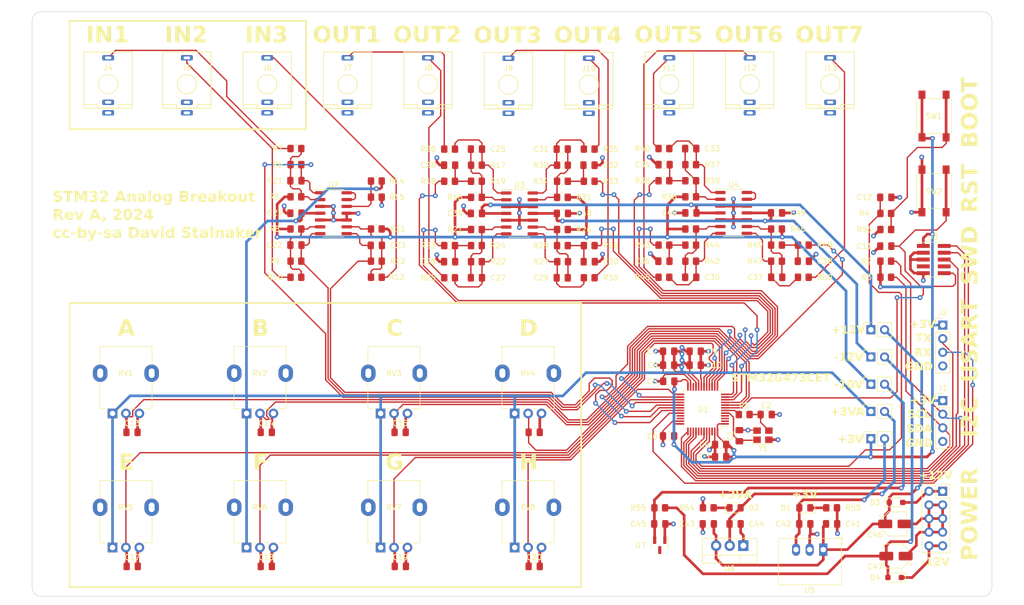
<source format=kicad_pcb>
(kicad_pcb (version 20221018) (generator pcbnew)
  (layers (0 "F.Cu" signal) (1 "In1.Cu" signal) (2 "In2.Cu" signal) (31 "B.Cu" signal) (34 "B.Paste" user) (35 "F.Paste" user) (36 "B.SilkS" user "B.Silkscreen") (37 "F.SilkS" user "F.Silkscreen") (38 "B.Mask" user) (39 "F.Mask" user) (44 "Edge.Cuts" user))
  (net 0 "")
  (net 1 "HSE_IN")
  (net 2 "GND")
  (net 3 "Net-(C2-Pad1)")
  (net 4 "+3.3V")
  (net 5 "+3.3VA")
  (net 6 "NRST")
  (net 7 "BOOT0")
  (net 8 "ADC1_IN1")
  (net 9 "ADC1_IN2")
  (net 10 "ADC1_IN4")
  (net 11 "ADC2_IN4")
  (net 12 "ADC1_IN15")
  (net 13 "ADC2_IN12")
  (net 14 "ADC1_IN14")
  (net 15 "ADC3_IN5")
  (net 16 "Net-(U2A--)")
  (net 17 "ADC1_IN5")
  (net 18 "Net-(U2B--)")
  (net 19 "ADC4_IN5")
  (net 20 "Net-(U2C--)")
  (net 21 "ADC5_IN2")
  (net 22 "Net-(U3A--)")
  (net 23 "Net-(C25-Pad2)")
  (net 24 "Net-(C26-Pad2)")
  (net 25 "Net-(U3B--)")
  (net 26 "Net-(C27-Pad2)")
  (net 27 "Net-(C28-Pad2)")
  (net 28 "Net-(U3C--)")
  (net 29 "Net-(C29-Pad2)")
  (net 30 "Net-(C30-Pad2)")
  (net 31 "Net-(U3D--)")
  (net 32 "Net-(C31-Pad2)")
  (net 33 "Net-(C32-Pad2)")
  (net 34 "Net-(U4A--)")
  (net 35 "Net-(C33-Pad2)")
  (net 36 "Net-(C34-Pad2)")
  (net 37 "Net-(U4B--)")
  (net 38 "Net-(C35-Pad2)")
  (net 39 "Net-(C36-Pad2)")
  (net 40 "Net-(U4C--)")
  (net 41 "Net-(C37-Pad2)")
  (net 42 "Net-(C38-Pad2)")
  (net 43 "+12V")
  (net 44 "-10V_Ref")
  (net 45 "-12V")
  (net 46 "Net-(D1-K)")
  (net 47 "Net-(D2-K)")
  (net 48 "Net-(D3-A)")
  (net 49 "Net-(D4-K)")
  (net 50 "I2C1_SCL")
  (net 51 "I2C1_SDA")
  (net 52 "USART1_TX")
  (net 53 "USART1_RX")
  (net 54 "SWDIO")
  (net 55 "SWCLK")
  (net 56 "SWO")
  (net 59 "Net-(J4-PadT)")
  (net 60 "Net-(J5-PadT)")
  (net 61 "Net-(J6-PadT)")
  (net 62 "Net-(J7-PadT)")
  (net 64 "Net-(J8-PadT)")
  (net 66 "Net-(J9-PadT)")
  (net 68 "Net-(J10-PadT)")
  (net 70 "Net-(J11-PadT)")
  (net 72 "Net-(J12-PadT)")
  (net 74 "Net-(J13-PadT)")
  (net 76 "HSE_OUT")
  (net 77 "Net-(R4-Pad2)")
  (net 78 "Net-(U2D-+)")
  (net 79 "DAC3_OUT1")
  (net 80 "DAC1_OUT1")
  (net 81 "DAC1_OUT2")
  (net 82 "DAC2_OUT1")
  (net 83 "DAC4_OUT2")
  (net 84 "DAC3_OUT2")
  (net 85 "DAC4_OUT1")
  (net 95 "Net-(U2D--)")
  (net 96 "Net-(U4D--)")
  (net 97 "+12V_Prejumper")
  (net 98 "Net-(D1-A)")
  (net 99 "Net-(D2-A)")
  (net 100 "Net-(J17-Pin_2)")
  (net 101 "-12V_Prejumper")
  (footprint "davidstalnaker:Jack_3.5mm_Thonkiconn_Tight" (layer "F.Cu") (at 136.625 52.085)
    (fp_text reference "J10")
    (fp_text value "AudioJack2_SwitchT" hide)
  )
  (footprint "Capacitor_SMD:C_0805_2012Metric_Pad1.18x1.45mm_HandSolder" (layer "F.Cu") (at 150.6625 67.005)
    (fp_text reference "C34")
    (fp_text value "DNP")
  )
  (footprint "Resistor_SMD:R_0805_2012Metric_Pad1.20x1.40mm_HandSolder" (layer "F.Cu") (at 131.7 73.1)
    (fp_text reference "R31")
    (fp_text value "200k")
  )
  (footprint "Crystal:Crystal_SMD_3225-4Pin_3.2x2.5mm" (layer "F.Cu") (at 169.1 117.45)
    (fp_text reference "Y1")
    (fp_text value "16MHz")
  )
  (footprint "Potentiometer_THT:Potentiometer_Alpha_RD901F-40-00D_Single_Vertical" (layer "F.Cu") (at 72.8 113.4 90)
    (fp_text reference "RV2")
    (fp_text value "10k")
  )
  (footprint "Capacitor_SMD:C_0805_2012Metric_Pad1.18x1.45mm_HandSolder" (layer "F.Cu") (at 115.6625 88.1)
    (fp_text reference "C27")
    (fp_text value "1n")
  )
  (footprint "Capacitor_SMD:CP_Elec_4x3" (layer "F.Cu") (at 193.9 140 180)
    (fp_text reference "C47")
    (fp_text value "4u7")
  )
  (footprint "Resistor_SMD:R_0805_2012Metric_Pad1.20x1.40mm_HandSolder" (layer "F.Cu") (at 136.7 64.1 180)
    (fp_text reference "R35")
    (fp_text value "1k")
  )
  (footprint "Resistor_SMD:R_0805_2012Metric_Pad1.20x1.40mm_HandSolder" (layer "F.Cu") (at 150.625 70.005 180)
    (fp_text reference "R38")
    (fp_text value "0")
  )
  (footprint "Resistor_SMD:R_0805_2012Metric_Pad1.20x1.40mm_HandSolder" (layer "F.Cu") (at 131.7 82.1)
    (fp_text reference "R29")
    (fp_text value "33k")
  )
  (footprint "Resistor_SMD:R_0805_2012Metric_Pad1.20x1.40mm_HandSolder" (layer "F.Cu") (at 192 79.1 180)
    (fp_text reference "R56")
    (fp_text value "1k")
  )
  (footprint "Resistor_SMD:R_0805_2012Metric_Pad1.20x1.40mm_HandSolder" (layer "F.Cu") (at 97 73.06 180)
    (fp_text reference "R15")
    (fp_text value "100k")
  )
  (footprint "Converter_DCDC:Converter_DCDC_RECOM_R-78E-0.5_THT" (layer "F.Cu") (at 180.347 138.7925 180)
    (fp_text reference "U5")
    (fp_text value "R-78E3.3-1.0")
  )
  (footprint "Resistor_SMD:R_0805_2012Metric_Pad1.20x1.40mm_HandSolder" (layer "F.Cu") (at 171.625 82.005)
    (fp_text reference "R49")
    (fp_text value "33k")
  )
  (footprint "Capacitor_SMD:C_0805_2012Metric_Pad1.18x1.45mm_HandSolder" (layer "F.Cu") (at 97 82.06 180)
    (fp_text reference "C23")
    (fp_text value "1n")
  )
  (footprint "Resistor_SMD:R_0805_2012Metric_Pad1.20x1.40mm_HandSolder" (layer "F.Cu") (at 192 85)
    (fp_text reference "R2")
    (fp_text value "2k2")
  )
  (footprint "Resistor_SMD:R_0805_2012Metric_Pad1.20x1.40mm_HandSolder" (layer "F.Cu") (at 165.6 113.6)
    (fp_text reference "R1")
    (fp_text value "0")
  )
  (footprint "Resistor_SMD:R_0805_2012Metric_Pad1.20x1.40mm_HandSolder" (layer "F.Cu") (at 136.7 70.1)
    (fp_text reference "R33")
    (fp_text value "0")
  )
  (footprint "Resistor_SMD:R_0805_2012Metric_Pad1.20x1.40mm_HandSolder" (layer "F.Cu") (at 110.6625 64.1)
    (fp_text reference "R20")
    (fp_text value "1k")
  )
  (footprint "Capacitor_SMD:C_0805_2012Metric_Pad1.18x1.45mm_HandSolder" (layer "F.Cu") (at 155.625 88.005)
    (fp_text reference "C35")
    (fp_text value "1n")
  )
  (footprint "Capacitor_SMD:C_0805_2012Metric_Pad1.18x1.45mm_HandSolder" (layer "F.Cu") (at 151.5 117.6 180)
    (fp_text reference "C6")
    (fp_text value "100n")
  )
  (footprint "Capacitor_SMD:C_0805_2012Metric_Pad1.18x1.45mm_HandSolder" (layer "F.Cu") (at 161.2 121.5 180)
    (fp_text reference "C3")
    (fp_text value "4u7")
  )
  (footprint "Resistor_SMD:R_0805_2012Metric_Pad1.20x1.40mm_HandSolder" (layer "F.Cu") (at 131.7 67.1)
    (fp_text reference "R32")
    (fp_text value "100k")
  )
  (footprint "Resistor_SMD:R_0805_2012Metric_Pad1.20x1.40mm_HandSolder" (layer "F.Cu") (at 82 85)
    (fp_text reference "R9")
    (fp_text value "33k")
  )
  (footprint "Capacitor_SMD:C_0805_2012Metric_Pad1.18x1.45mm_HandSolder" (layer "F.Cu") (at 136.6625 67.1 180)
    (fp_text reference "C32")
    (fp_text value "DNP")
  )
  (footprint "Connector_PinSocket_2.54mm:PinSocket_1x02_P2.54mm_Vertical" (layer "F.Cu") (at 189.23 107.95 90)
    (fp_text reference "J17" hide)
    (fp_text value "Conn_01x02")
  )
  (footprint "Package_TO_SOT_THT:TO-220-3_Vertical" (layer "F.Cu") (at 165.44 138.055 180)
    (fp_text reference "U6")
    (fp_text value "LM1117T-3.3")
  )
  (footprint "Resistor_SMD:R_0805_2012Metric_Pad1.20x1.40mm_HandSolder" (layer "F.Cu") (at 110.6625 88.1)
    (fp_text reference "R25")
    (fp_text value "1k")
  )
  (footprint "Resistor_SMD:R_0805_2012Metric_Pad1.20x1.40mm_HandSolder" (layer "F.Cu") (at 158.9 131)
    (fp_text reference "R54")
    (fp_text value "1k")
  )
  (footprint "Diode_SMD:D_SOD-323_HandSoldering" (layer "F.Cu") (at 193.9 130)
    (fp_text reference "D3")
    (fp_text value "D_Schottky_Small")
  )
  (footprint "Capacitor_SMD:C_0805_2012Metric_Pad1.18x1.45mm_HandSolder" (layer "F.Cu") (at 82 70)
    (fp_text reference "C21")
    (fp_text value "1n")
  )
  (footprint "Resistor_SMD:R_0805_2012Metric_Pad1.20x1.40mm_HandSolder" (layer "F.Cu") (at 149.85 131 180)
    (fp_text reference "R55")
    (fp_text value "2.2k")
  )
  (footprint "Capacitor_SMD:C_0805_2012Metric_Pad1.18x1.45mm_HandSolder" (layer "F.Cu") (at 110.6625 67.1)
    (fp_text reference "C26")
    (fp_text value "DNP")
  )
  (footprint "Resistor_SMD:R_0805_2012Metric_Pad1.20x1.40mm_HandSolder" (layer "F.Cu") (at 136.7 88.1 180)
    (fp_text reference "R30")
    (fp_text value "1k")
  )
  (footprint "Resistor_SMD:R_0805_2012Metric_Pad1.20x1.40mm_HandSolder" (layer "F.Cu") (at 150.625 64.005)
    (fp_text reference "R40")
    (fp_text value "1k")
  )
  (footprint "Capacitor_SMD:C_0805_2012Metric_Pad1.18x1.45mm_HandSolder" (layer "F.Cu") (at 192 73.1)
    (fp_text reference "C12")
    (fp_text value "100n")
  )
  (footprint "Package_SO:SOIC-14_3.9x8.7mm_P1.27mm" (layer "F.Cu") (at 89 76.06)
    (fp_text reference "U2")
    (fp_text value "MCP6004")
  )
  (footprint "Resistor_SMD:R_0805_2012Metric_Pad1.20x1.40mm_HandSolder" (layer "F.Cu") (at 181.9 131 180)
    (fp_text reference "R53")
    (fp_text value "1k")
  )
  (footprint "Capacitor_SMD:C_0805_2012Metric_Pad1.18x1.45mm_HandSolder" (layer "F.Cu") (at 150.625 85.005)
    (fp_text reference "C36")
    (fp_text value "DNP")
  )
  (footprint "Resistor_SMD:R_0805_2012Metric_Pad1.20x1.40mm_HandSolder" (layer "F.Cu") (at 192 76.1)
    (fp_text reference "R4")
    (fp_text value "10k")
  )
  (footprint "Resistor_SMD:R_0805_2012Metric_Pad1.20x1.40mm_HandSolder" (layer "F.Cu") (at 115.6625 73.1 180)
    (fp_text reference "R16")
    (fp_text value "200k")
  )
  (footprint "davidstalnaker:Jack_3.5mm_Thonkiconn_Tight" (layer "F.Cu") (at 61.6625 52.005)
    (fp_text reference "J5")
    (fp_text value "AudioJack2_SwitchT" hide)
  )
  (footprint "Capacitor_SMD:C_0805_2012Metric_Pad1.18x1.45mm_HandSolder" (layer "F.Cu") (at 149.85 134 180)
    (fp_text reference "C45")
    (fp_text value "1u")
  )
  (footprint "Resistor_SMD:R_0805_2012Metric_Pad1.20x1.40mm_HandSolder" (layer "F.Cu") (at 136.7 82.1)
    (fp_text reference "R28")
    (fp_text value "0")
  )
  (footprint "Capacitor_SMD:C_0805_2012Metric_Pad1.18x1.45mm_HandSolder" (layer "F.Cu") (at 76.475 141.915)
    (fp_text reference "C18")
    (fp_text value "100n")
  )
  (footprint "Resistor_SMD:R_0805_2012Metric_Pad1.20x1.40mm_HandSolder" (layer "F.Cu") (at 131.7 70.1)
    (fp_text reference "R34")
    (fp_text value "33k")
  )
  (footprint "Connector_PinSocket_2.54mm:PinSocket_1x02_P2.54mm_Vertical" (layer "F.Cu") (at 189.23 97.79 90)
    (fp_text reference "J18" hide)
    (fp_text value "Conn_01x02")
  )
  (footprint "Package_TO_SOT_SMD:SOT-23" (layer "F.Cu") (at 149.85 137.9375 -90)
    (fp_text reference "U7")
    (fp_text value "LM4040B-10")
  )
  (footprint "davidstalnaker:Jack_3.5mm_Thonkiconn_Tight" (layer "F.Cu") (at 166.625 52.005)
    (fp_text reference "J12")
    (fp_text value "AudioJack2_SwitchT" hide)
  )
  (footprint "Resistor_SMD:R_0805_2012Metric_Pad1.20x1.40mm_HandSolder" (layer "F.Cu") (at 115.6625 85.1 180)
    (fp_text reference "R22")
    (fp_text value "100k")
  )
  (footprint "Resistor_SMD:R_0805_2012Metric_Pad1.20x1.40mm_HandSolder" (layer "F.Cu") (at 176.625 88.005 180)
    (fp_text reference "R50")
    (fp_text value "1k")
  )
  (footprint "Capacitor_SMD:C_0805_2012Metric_Pad1.18x1.45mm_HandSolder" (layer "F.Cu") (at 176.9 134)
    (fp_text reference "C42")
    (fp_text value "10u")
  )
  (footprint "Package_QFP:LQFP-48_7x7mm_P0.5mm" (layer "F.Cu") (at 157.855 112.595 180)
    (fp_text reference "U1")
    (fp_text value "STM32G473CETx")
  )
  (footprint "davidstalnaker:Jack_3.5mm_Thonkiconn_Tight" (layer "F.Cu") (at 121.625 52.085)
    (fp_text reference "J9")
    (fp_text value "AudioJack2_SwitchT" hide)
  )
  (footprint "Package_SO:SOIC-14_3.9x8.7mm_P1.27mm" (layer "F.Cu") (at 163.625 76.005)
    (fp_text reference "U4")
    (fp_text value "TL074")
  )
  (footprint "Capacitor_SMD:C_0805_2012Metric_Pad1.18x1.45mm_HandSolder" (layer "F.Cu") (at 156.4625 104.4)
    (fp_text reference "C10")
    (fp_text value "100n")
  )
  (footprint "Capacitor_SMD:C_0805_2012Metric_Pad1.18x1.45mm_HandSolder" (layer "F.Cu") (at 82 76.06 180)
    (fp_text reference "C24")
    (fp_text value "100n")
  )
  (footprint "davidstalnaker:Jack_3.5mm_Thonkiconn_Tight" (layer "F.Cu") (at 181.625 52.005)
    (fp_text reference "J13")
    (fp_text value "AudioJack2_SwitchT" hide)
  )
  (footprint "Capacitor_SMD:C_0805_2012Metric_Pad1.18x1.45mm_HandSolder" (layer "F.Cu") (at 131.6625 88.1 180)
    (fp_text reference "C29")
    (fp_text value "1n")
  )
  (footprint "Resistor_SMD:R_0805_2012Metric_Pad1.20x1.40mm_HandSolder" (layer "F.Cu") (at 115.6625 67.1 180)
    (fp_text reference "R17")
    (fp_text value "100k")
  )
  (footprint "Capacitor_SMD:C_0805_2012Metric_Pad1.18x1.45mm_HandSolder" (layer "F.Cu") (at 51.475 141.915)
    (fp_text reference "C17")
    (fp_text value "100n")
  )
  (footprint "Capacitor_SMD:C_0805_2012Metric_Pad1.18x1.45mm_HandSolder" (layer "F.Cu") (at 151.51 101.8 180)
    (fp_text reference "C7")
    (fp_text value "1u")
  )
  (footprint "MountingHole:MountingHole_3.2mm_M3" (layer "F.Cu") (at 36.3 42)
    (fp_text reference "REF**" hide)
    (fp_text value "MountingHole_3.2mm_M3")
  )
  (footprint "Resistor_SMD:R_0805_2012Metric_Pad1.20x1.40mm_HandSolder" (layer "F.Cu") (at 97 70.06)
    (fp_text reference "R14")
    (fp_text value "100k")
  )
  (footprint "Connector_PinHeader_1.27mm:PinHeader_2x05_P1.27mm_Vertical_SMD" (layer "F.Cu") (at 200.95 84.70293)
    (fp_text reference "J3")
    (fp_text value "SWD")
  )
  (footprint "Capacitor_SMD:C_0805_2012Metric_Pad1.18x1.45mm_HandSolder" (layer "F.Cu") (at 76.475 116.915)
    (fp_text reference "C14")
    (fp_text value "100n")
  )
  (footprint "Capacitor_SMD:C_0805_2012Metric_Pad1.18x1.45mm_HandSolder" (layer "F.Cu") (at 169.7 113.6)
    (fp_text reference "C2")
    (fp_text value "8p")
  )
  (footprint "Capacitor_SMD:C_0805_2012Metric_Pad1.18x1.45mm_HandSolder" (layer "F.Cu") (at 126.4375 116.915)
    (fp_text reference "C16" hide)
    (fp_text value "100n")
  )
  (footprint "Resistor_SMD:R_0805_2012Metric_Pad1.20x1.40mm_HandSolder" (layer "F.Cu") (at 97 79 180)
    (fp_text reference "R11")
    (fp_text value "200k")
  )
  (footprint "Resistor_SMD:R_0805_2012Metric_Pad1.20x1.40mm_HandSolder" (layer "F.Cu") (at 155.625 70.005 180)
    (fp_text reference "R39")
    (fp_text value "33k")
  )
  (footprint "Resistor_SMD:R_0805_2012Metric_Pad1.20x1.40mm_HandSolder" (layer "F.Cu") (at 155.625 79.005 180)
    (fp_text reference "R41" hide)
    (fp_text value "200k")
  )
  (footprint "Resistor_SMD:R_0805_2012Metric_Pad1.20x1.40mm_HandSolder" (layer "F.Cu") (at 131.7375 85.1)
    (fp_text reference "R27")
    (fp_text value "100k")
  )
  (footprint "Resistor_SMD:R_0805_2012Metric_Pad1.20x1.40mm_HandSolder" (layer "F.Cu") (at 82 88)
    (fp_text reference "R10")
    (fp_text value "100k")
  )
  (footprint "Capacitor_SMD:C_0805_2012Metric_Pad1.18x1.45mm_HandSolder" (layer "F.Cu") (at 131.7 76.1 180)
    (fp_text reference "C48")
    (fp_text value "100n")
  )
  (footprint "Resistor_SMD:R_0805_2012Metric_Pad1.20x1.40mm_HandSolder" (layer "F.Cu") (at 155.625 67.005 180)
    (fp_text reference "R37")
    (fp_text value "100k")
  )
  (footprint "Capacitor_SMD:C_0805_2012Metric_Pad1.18x1.45mm_HandSolder" (layer "F.Cu") (at 158.9 134 180)
    (fp_text reference "C43")
    (fp_text value "10u")
  )
  (footprint "Resistor_SMD:R_0805_2012Metric_Pad1.20x1.40mm_HandSolder" (layer "F.Cu") (at 115.6625 79.1 180)
    (fp_text reference "R21")
    (fp_text value "200k")
  )
  (footprint "MountingHole:MountingHole_3.2mm_M3" (layer "F.Cu") (at 208.3 144)
    (fp_text reference "REF**" hide)
    (fp_text value "MountingHole_3.2mm_M3")
  )
  (footprint "Capacitor_SMD:C_0805_2012Metric_Pad1.18x1.45mm_HandSolder" (layer "F.Cu") (at 82 82)
    (fp_text reference "C22")
    (fp_text value "1n")
  )
  (footprint "Resistor_SMD:R_0805_2012Metric_Pad1.20x1.40mm_HandSolder" (layer "F.Cu") (at 110.6625 82.1 180)
    (fp_text reference "R23")
    (fp_text value "0")
  )
  (footprint "Capacitor_SMD:C_0805_2012Metric_Pad1.18x1.45mm_HandSolder" (layer "F.Cu") (at 163.9 134)
    (fp_text reference "C44")
    (fp_text value "10u")
  )
  (footprint "Connector_PinSocket_2.54mm:PinSocket_1x02_P2.54mm_Vertical" (layer "F.Cu") (at 189.23 102.87 90)
    (fp_text reference "J19" hide)
    (fp_text value "Conn_01x02")
  )
  (footprint "Capacitor_SMD:C_0805_2012Metric_Pad1.18x1.45mm_HandSolder" (layer "F.Cu") (at 192 82.2 180)
    (fp_text reference "C11")
    (fp_text value "100n")
  )
  (footprint "Resistor_SMD:R_0805_2012Metric_Pad1.20x1.40mm_HandSolder" (layer "F.Cu") (at 115.6625 82.1 180)
    (fp_text reference "R24")
    (fp_text value "33k")
  )
  (footprint "Capacitor_SMD:C_0805_2012Metric_Pad1.18x1.45mm_HandSolder" (layer "F.Cu") (at 51.4375 116.915)
    (fp_text reference "C13")
    (fp_text value "100n")
  )
  (footprint "davidstalnaker:Jack_3.5mm_Thonkiconn_Tight" (layer "F.Cu") (at 76.6625 52.005)
    (fp_text reference "J6")
    (fp_text value "AudioJack2_SwitchT" hide)
  )
  (footprint "MountingHole:MountingHole_3.2mm_M3" (layer "F.Cu") (at 36.3 144)
    (fp_text reference "REF**" hide)
    (fp_text value "MountingHole_3.2mm_M3")
  )
  (footprint "LED_SMD:LED_0805_2012Metric_Pad1.15x1.40mm_HandSolder" (layer "F.Cu") (at 163.9 131)
    (fp_text reference "D2")
    (fp_text value "Green")
  )
  (footprint "Button_Switch_SMD:SW_Push_1P1T_NO_6x6mm_H9.5mm" (layer "F.Cu") (at 201 57.937404 90)
    (fp_text reference "SW1")
    (fp_text value "BOOT0")
  )
  (footprint "Capacitor_SMD:C_0805_2012Metric_Pad1.18x1.45mm_HandSolder" (layer "F.Cu") (at 136.7 85.1 180)
    (fp_text reference "C30")
    (fp_text value "DNP")
  )
  (footprint "Connector_PinSocket_2.54mm:PinSocket_2x05_P2.54mm_Vertical" (layer "F.Cu") (at 202.6 127.92)
    (fp_text reference "J14" hide)
    (fp_text value "Conn_02x05_Odd_Even")
  )
  (footprint "Capacitor_SMD:C_0805_2012Metric_Pad1.18x1.45mm_HandSolder" (layer "F.Cu") (at 171.625 76.005 180)
    (fp_text reference "C49")
    (fp_text value "100n")
  )
  (footprint "Capacitor_SMD:C_0805_2012Metric_Pad1.18x1.45mm_HandSolder" (layer "F.Cu") (at 181.9 134)
    (fp_text reference "C41")
    (fp_text value "10u")
  )
  (footprint "Diode_SMD:D_SOD-323_HandSoldering" (layer "F.Cu") (at 193.65 144 180)
    (fp_text reference "D4")
    (fp_text value "D_Schottky_Small")
  )
  (footprint "Capacitor_SMD:CP_Elec_4x3" (layer "F.Cu") (at 193.7 134)
    (fp_text reference "C46")
    (fp_text value "4u7")
  )
  (footprint "Package_SO:SOIC-14_3.9x8.7mm_P1.27mm" (layer "F.Cu") (at 123.7 76.1)
    (fp_text reference "U3")
    (fp_text value "TL074")
  )
  (footprint "Potentiometer_THT:Potentiometer_Alpha_RD901F-40-00D_Single_Vertical" (layer "F.Cu") (at 97.8 138.4 90)
    (fp_text reference "RV7")
    (fp_text value "10k")
  )
  (footprint "Capacitor_SMD:C_0805_2012Metric_Pad1.18x1.45mm_HandSolder" (layer "F.Cu") (at 151.51 104.4 180)
    (fp_text reference "C8")
    (fp_text value "10n")
  )
  (footprint "Resistor_SMD:R_0805_2012Metric_Pad1.20x1.40mm_HandSolder" (layer "F.Cu") (at 97 85 180)
    (fp_text reference "R12")
    (fp_text value "33k")
  )
  (footprint "Capacitor_SMD:C_0805_2012Metric_Pad1.18x1.45mm_HandSolder" (layer "F.Cu") (at 151.5375 107.4 180)
    (fp_text reference "C5")
    (fp_text value "100n")
  )
  (footprint "Resistor_SMD:R_0805_2012Metric_Pad1.20x1.40mm_HandSolder" (layer "F.Cu") (at 171.625 79.005)
    (fp_text reference "R46")
    (fp_text value "200k")
  )
  (footprint "davidstalnaker:Jack_3.5mm_Thonkiconn_Tight" (layer "F.Cu") (at 91.625 52.005)
    (fp_text reference "J7")
    (fp_text value "AudioJack2_SwitchT" hide)
  )
  (footprint "Potentiometer_THT:Potentiometer_Alpha_RD901F-40-00D_Single_Vertical" (layer "F.Cu") (at 72.8 138.4 90)
    (fp_text reference "RV6")
    (fp_text value "10k")
  )
  (footprint "MountingHole:MountingHole_3.2mm_M3" (layer "F.Cu") (at 208.3 42)
    (fp_text reference "REF**" hide)
    (fp_text value "MountingHole_3.2mm_M3")
  )
  (footprint "davidstalnaker:Jack_3.5mm_Thonkiconn_Tight" (layer "F.Cu") (at 151.625 52.005)
    (fp_text reference "J11")
    (fp_text value "AudioJack2_SwitchT" hide)
  )
  (footprint "Resistor_SMD:R_0805_2012Metric_Pad1.20x1.40mm_HandSolder" (layer "F.Cu") (at 131.7 79.1)
    (fp_text reference "R26")
    (fp_text value "200k")
  )
  (footprint "Capacitor_SMD:C_0805_2012Metric_Pad1.18x1.45mm_HandSolder" (layer "F.Cu") (at 155.6625 76.005 180)
    (fp_text reference "C40")
    (fp_text value "100n")
  )
  (footprint "Potentiometer_THT:Potentiometer_Alpha_RD901F-40-00D_Single_Vertical" (layer "F.Cu") (at 122.8 113.4 90)
    (fp_text reference "RV4")
    (fp_text value "10k")
  )
  (footprint "Capacitor_SMD:C_0805_2012Metric_Pad1.18x1.45mm_HandSolder" (layer "F.Cu") (at 164.7 117.55 90)
    (fp_text reference "C1")
    (fp_text value "8p")
  )
  (footprint "Connector_PinHeader_2.54mm:PinHeader_1x04_P2.54mm_Vertical" (layer "F.Cu") (at 202.625 96.92)
    (fp_text reference "J2")
    (fp_text value "I2C")
  )
  (footprint "Capacitor_SMD:C_0805_2012Metric_Pad1.18x1.45mm_HandSolder" (layer "F.Cu") (at 126.4375 141.915)
    (fp_text reference "C20")
    (fp_text value "100n")
  )
  (footprint "LED_SMD:LED_0805_2012Metric_Pad1.15x1.40mm_HandSolder" (layer "F.Cu") (at 176.9 131 180)
    (fp_text reference "D1")
    (fp_text value "Green")
  )
  (footprint "Resistor_SMD:R_0805_2012Metric_Pad1.20x1.40mm_HandSolder" (layer "F.Cu") (at 155.625 73.005 180)
    (fp_text reference "R36")
    (fp_text value "200k")
  )
  (footprint "Capacitor_SMD:C_0805_2012Metric_Pad1.18x1.45mm_HandSolder" (layer "F.Cu") (at 161.2 119.2 180)
    (fp_text reference "C4")
    (fp_text value "100n")
  )
  (footprint "Connector_PinSocket_2.54mm:PinSocket_1x02_P2.54mm_Vertical" (layer "F.Cu") (at 189.23 113.03 90)
    (fp_text reference "J16" hide)
    (fp_text value "Conn_01x02")
  )
  (footprint "Potentiometer_THT:Potentiometer_Alpha_RD901F-40-00D_Single_Vertical" (layer "F.Cu") (at 47.8 138.4 90)
    (fp_text reference "RV5")
    (fp_text value "10k")
  )
  (footprint "Connector_PinHeader_2.54mm:PinHeader_1x04_P2.54mm_Vertical" (layer "F.Cu") (at 202.625 111.005)
    (fp_text reference "J1")
    (fp_text value "I2C")
  )
  (footprint "Resistor_SMD:R_0805_2012Metric_Pad1.20x1.40mm_HandSolder" (layer "F.Cu") (at 150.625 82.005 180)
    (fp_text reference "R43")
    (fp_text value "0")
  )
  (footprint "Capacitor_SMD:C_0805_2012Metric_Pad1.18x1.45mm_HandSolder" (layer "F.Cu") (at 156.4625 101.81)
    (fp_text reference "C9")
    (fp_text value "1u")
  )
  (footprint "Resistor_SMD:R_0805_2012Metric_Pad1.20x1.40mm_HandSolder" (layer "F.Cu") (at 82 79)
    (fp_text reference "R8")
    (fp_text value "200k")
  )
  (footprint "Capacitor_SMD:C_0805_2012Metric_Pad1.18x1.45mm_HandSolder" (layer "F.Cu") (at 101.475 141.915)
    (fp_text reference "C19")
    (fp_text value "100n")
  )
  (footprint "Capacitor_SMD:C_0805_2012Metric_Pad1.18x1.45mm_HandSolder" (layer "F.Cu") (at 171.6625 88.005 180)
    (fp_text reference "C37")
    (fp_text value "1n")
  )
  (footprint "Resistor_SMD:R_0805_2012Metric_Pad1.20x1.40mm_HandSolder" (layer "F.Cu") (at 155.625 82.005 180)
    (fp_text reference "R44")
    (fp_text value "33k")
  )
  (footprint "Resistor_SMD:R_0805_2012Metric_Pad1.20x1.40mm_HandSolder" (layer "F.Cu") (at 192 88)
    (fp_text reference "R3")
    (fp_text value "2k2")
  )
  (footprint "Resistor_SMD:R_0805_2012Metric_Pad1.20x1.40mm_HandSolder" (layer "F.Cu") (at 97 88 180)
    (fp_text reference "R13")
    (fp_text value "100k")
  )
  (footprint "Capacitor_SMD:C_0805_2012Metric_Pad1.18x1.45mm_HandSolder" (layer "F.Cu") (at 101.4375 116.915)
    (fp_text reference "C15")
    (fp_text value "100n")
  )
  (footprint "Capacitor_SMD:C_0805_2012Metric_Pad1.18x1.45mm_HandSolder" (layer "F.Cu") (at 155.625 64.005)
    (fp_text reference "C33")
    (fp_text value "1n")
  )
  (footprint "Resistor_SMD:R_0805_2012Metric_Pad1.20x1.40mm_HandSolder" (layer "F.Cu") (at 82 64)
    (fp_text reference "R7")
    (fp_text value "100k")
  )
  (footprint "Button_Switch_SMD:SW_Push_1P1T_NO_6x6mm_H9.5mm" (layer "F.Cu") (at 201 71.903419 90)
    (fp_text reference "SW2")
    (fp_text value "RST")
  )
  (footprint "Resistor_SMD:R_0805_2012Metric_Pad1.20x1.40mm_HandSolder" (layer "F.Cu") (at 171.625 85.005)
    (fp_text reference "R47")
    (fp_text value "100k")
  )
  (footprint "Capacitor_SMD:C_0805_2012Metric_Pad1.18x1.45mm_HandSolder" (layer "F.Cu") (at 115.6625 76.1 180)
    (fp_text reference "C39")
    (fp_text value "100n")
  )
  (footprint "Resistor_SMD:R_0805_2012Metric_Pad1.20x1.40mm_HandSolder" (layer "F.Cu") (at 176.625 82.005)
    (fp_text reference "R48")
    (fp_text value "0")
  )
  (footprint "Resistor_SMD:R_0805_2012Metric_Pad1.20x1.40mm_HandSolder" (layer "F.Cu") (at 150.625 88.005)
    (fp_text reference "R45")
    (fp_text value "1k")
  )
  (footprint "Capacitor_SMD:C_0805_2012Metric_Pad1.18x1.45mm_HandSolder" (layer "F.Cu") (at 176.625 85.005 180)
    (fp_text reference "C38")
    (fp_text value "DNP")
  )
  (footprint "Resistor_SMD:R_0805_2012Metric_Pad1.20x1.40mm_HandSolder" (layer "F.Cu") (at 115.6625 70.1 180)
    (fp_text reference "R19")
    (fp_text value "33k")
  )
  (footprint "Connector_PinSocket_2.54mm:PinSocket_1x02_P2.54mm_Vertical" (layer "F.Cu") (at 189.23 118.11 90)
    (fp_text reference "J15" hide)
    (fp_text value "Conn_01x02")
  )
  (footprint "Capacitor_SMD:C_0805_2012Metric_Pad1.18x1.45mm_HandSolder" (layer "F.Cu") (at 115.6625 64.1)
    (fp_text reference "C25")
    (fp_text value "1n")
  )
  (footprint "Capacitor_SMD:C_0805_2012Metric_Pad1.18x1.45mm_HandSolder" (layer "F.Cu") (at 110.6625 85.1)
    (fp_text reference "C28")
    (fp_text value "DNP")
  )
  (footprint "Resistor_SMD:R_0805_2012Metric_Pad1.20x1.40mm_HandSolder" (layer "F.Cu") (at 110.6625 70.1 180)
    (fp_text reference "R18")
    (fp_text value "0")
  )
  (footprint "Resistor_SMD:R_0805_2012Metric_Pad1.20x1.40mm_HandSolder" (layer "F.Cu") (at 82 67)
    (fp_text reference "R6")
    (fp_text value "33k")
  )
  (footprint "davidstalnaker:Jack_3.5mm_Thonkiconn_Tight" (layer "F.Cu") (at 46.9875 52.005)
    (fp_text reference "J4")
    (fp_text value "AudioJack2_SwitchT" hide)
  )
  (footprint "Capacitor_SMD:C_0805_2012Metric_Pad1.18x1.45mm_HandSolder" (layer "F.Cu") (at 131.6625 64.1 180)
    (fp_text reference "C31")
    (fp_text value "1n")
  )
  (footprint "davidstalnaker:Jack_3.5mm_Thonkiconn_Tight" (layer "F.Cu") (at 106.625 52.005)
    (fp_text reference "J8")
    (fp_text value "AudioJack2_SwitchT" hide)
  )
  (footprint "Resistor_SMD:R_0805_2012Metric_Pad1.20x1.40mm_HandSolder" (layer "F.Cu") (at 82 73)
    (fp_text reference "R5")
    (fp_text value "200k")
  )
  (footprint "Potentiometer_THT:Potentiometer_Alpha_RD901F-40-00D_Single_Vertical" (layer "F.Cu") (at 97.8 113.4 90)
    (fp_text reference "RV3")
    (fp_text value "10k")
  )
  (footprint "Potentiometer_THT:Potentiometer_Alpha_RD901F-40-00D_Single_Vertical" (layer "F.Cu") (at 122.8 138.4 90)
    (fp_text reference "RV8")
    (fp_text value "10k")
  )
  (footprint "Potentiometer_THT:Potentiometer_Alpha_RD901F-40-00D_Single_Vertical" (layer "F.Cu") (at 47.8 113.4 90)
    (fp_text reference "RV1")
    (fp_text value "10k")
  )
  (footprint "Resistor_SMD:R_0805_2012Metric_Pad1.20x1.40mm_HandSolder" (layer "F.Cu") (at 155.625 85.005 180)
    (fp_text reference "R42")
    (fp_text value "100k")
  )
  (gr_rect (start 39.8 40.2) (end 83.9 60.4) (stroke (width 0.3)) (fill none) (layer "F.SilkS"))
  (gr_rect (start 39.8 92.8) (end 135.2 145.8) (stroke (width 0.3)) (fill none) (layer "F.SilkS"))
  (gr_line (start 34.502082 147.5) (end 210.1 147.5) (stroke (width 0.1)) (layer "Edge.Cuts"))
  (gr_arc (start 34.502082 147.5) (mid 33.3 147.002082) (end 32.802082 145.8) (stroke (width 0.1)) (layer "Edge.Cuts"))
  (gr_line (start 211.8 40.2) (end 211.8 145.8) (stroke (width 0.1)) (layer "Edge.Cuts"))
  (gr_line (start 34.502082 38.5) (end 210.1 38.5) (stroke (width 0.1)) (layer "Edge.Cuts"))
  (gr_arc (start 32.802082 40.2) (mid 33.3 38.997918) (end 34.502082 38.5) (stroke (width 0.1)) (layer "Edge.Cuts"))
  (gr_arc (start 211.8 145.8) (mid 211.302082 147.002082) (end 210.1 147.5) (stroke (width 0.1)) (layer "Edge.Cuts"))
  (gr_arc (start 210.1 38.5) (mid 211.302082 38.997918) (end 211.8 40.2) (stroke (width 0.1)) (layer "Edge.Cuts"))
  (gr_line (start 32.8 40.2) (end 32.8 145.8) (stroke (width 0.1)) (layer "Edge.Cuts"))
  (gr_text "+3V" (at 196.447192 97.7) (layer "F.SilkS") (effects (font (size 1.5 1.5) (thickness 0.3) bold) (justify left bottom)))
  (gr_text "+3VA" (at 163.9 129.5) (layer "F.SilkS") (effects (font (size 1.5 1.5) (thickness 0.3) bold) (justify bottom)))
  (gr_text "IN1" (at 46.8625 44.7) (layer "F.SilkS") (effects (font (size 3 3) (thickness 0.3) bold) (justify bottom)))
  (gr_text "-10V" (at 182.37 108.95) (layer "F.SilkS") (effects (font (size 1.5 1.5) (thickness 0.3) bold) (justify left bottom)))
  (gr_text "GND" (at 195.591992 105.6) (layer "F.SilkS") (effects (font (size 1.5 1.5) (thickness 0.3) bold) (justify left bottom)))
  (gr_text "BOOT" (at 209.6 63.9 90) (layer "F.SilkS") (effects (font (size 3 3) (thickness 0.3) bold) (justify left bottom)))
  (gr_text "SCL" (at 196.058007 114.485) (layer "F.SilkS") (effects (font (size 1.5 1.5) (thickness 0.3) bold) (justify left bottom)))
  (gr_text "STM32G473CET" (at 163.2 107.7) (layer "F.SilkS") (effects (font (size 1.5 1.5) (thickness 0.3) bold) (justify left bottom)))
  (gr_text "TX" (at 197.558008 100.3) (layer "F.SilkS") (effects (font (size 1.5 1.5) (thickness 0.3) bold) (justify left bottom)))
  (gr_text "OUT1" (at 91.5 44.7) (layer "F.SilkS") (effects (font (size 3 3) (thickness 0.3) bold) (justify bottom)))
  (gr_text "IN3" (at 76.5375 44.7) (layer "F.SilkS") (effects (font (size 3 3) (thickness 0.3) bold) (justify bottom)))
  (gr_text "B" (at 75.375 99.415) (layer "F.SilkS") (effects (font (size 3 3) (thickness 0.3) bold) (justify bottom)))
  (gr_text "+3V" (at 196.462474 111.885) (layer "F.SilkS") (effects (font (size 1.5 1.5) (thickness 0.3) bold) (justify left bottom)))
  (gr_text "+12V" (at 201.3 125.9) (layer "F.SilkS") (effects (font (size 1.5 1.5) (thickness 0.3) bold) (justify bottom)))
  (gr_text "E" (at 50.375 124.415) (layer "F.SilkS") (effects (font (size 3 3) (thickness 0.3) bold) (justify bottom)))
  (gr_text "SDA\n" (at 195.825 117.185) (layer "F.SilkS") (effects (font (size 1.5 1.5) (thickness 0.3) bold) (justify left bottom)))
  (gr_text "POWER" (at 209.575 140.895 90) (layer "F.SilkS") (effects (font (size 3 3) (thickness 0.3) bold) (justify left bottom)))
  (gr_text "D" (at 125.375 99.415) (layer "F.SilkS") (effects (font (size 3 3) (thickness 0.3) bold) (justify bottom)))
  (gr_text "-12V" (at 201.2 142) (layer "F.SilkS") (effects (font (size 1.5 1.5) (thickness 0.3) bold) (justify bottom)))
  (gr_text "A" (at 50.375 99.415) (layer "F.SilkS") (effects (font (size 3 3) (thickness 0.3) bold) (justify bottom)))
  (gr_text "RST" (at 209.6 76.000488 90) (layer "F.SilkS") (effects (font (size 3 3) (thickness 0.3) bold) (justify left bottom)))
  (gr_text "+12V" (at 181.843901 98.77) (layer "F.SilkS") (effects (font (size 1.5 1.5) (thickness 0.3) bold) (justify left bottom)))
  (gr_text "OUT2" (at 106.5 44.7) (layer "F.SilkS") (effects (font (size 3 3) (thickness 0.3) bold) (justify bottom)))
  (gr_text "IN2" (at 61.5375 44.7) (layer "F.SilkS") (effects (font (size 3 3) (thickness 0.3) bold) (justify bottom)))
  (gr_text "OUT7" (at 181.5 44.7) (layer "F.SilkS") (effects (font (size 3 3) (thickness 0.3) bold) (justify bottom)))
  (gr_text "F" (at 75.375 124.415) (layer "F.SilkS") (effects (font (size 3 3) (thickness 0.3) bold) (justify bottom)))
  (gr_text "USART" (at 209.6 107.66064 90) (layer "F.SilkS") (effects (font (size 3 3) (thickness 0.3) bold) (justify left bottom)))
  (gr_text "+3V" (at 183.011871 119.15) (layer "F.SilkS") (effects (font (size 1.5 1.5) (thickness 0.3) bold) (justify left bottom)))
  (gr_text "OUT3" (at 121.5 44.78) (layer "F.SilkS") (effects (font (size 3 3) (thickness 0.3) bold) (justify bottom)))
  (gr_text "OUT4" (at 136.5 44.78) (layer "F.SilkS") (effects (font (size 3 3) (thickness 0.3) bold) (justify bottom)))
  (gr_text "STM32 Analog Breakout\nRev A, 2024\ncc-by-sa David Stalnaker" (at 36.6 81) (layer "F.SilkS") (effects (font (size 2 2) (thickness 0.3) bold) (justify left bottom)))
  (gr_text "SWD" (at 209.6 89.499022 90) (layer "F.SilkS") (effects (font (size 3 3) (thickness 0.3) bold) (justify left bottom)))
  (gr_text "OUT5" (at 151.5 44.7) (layer "F.SilkS") (effects (font (size 3 3) (thickness 0.3) bold) (justify bottom)))
  (gr_text "C" (at 100.375 99.415) (layer "F.SilkS") (effects (font (size 3 3) (thickness 0.3) bold) (justify bottom)))
  (gr_text "RX" (at 197.325 103) (layer "F.SilkS") (effects (font (size 1.5 1.5) (thickness 0.3) bold) (justify left bottom)))
  (gr_text "GND" (at 195.591992 119.885) (layer "F.SilkS") (effects (font (size 1.5 1.5) (thickness 0.3) bold) (justify left bottom)))
  (gr_text "G" (at 100.375 124.415) (layer "F.SilkS") (effects (font (size 3 3) (thickness 0.3) bold) (justify bottom)))
  (gr_text "+3VA" (at 181.650461 114.05) (layer "F.SilkS") (effects (font (size 1.5 1.5) (thickness 0.3) bold) (justify left bottom)))
  (gr_text "+3V" (at 176.9 129.4) (layer "F.SilkS") (effects (font (size 1.5 1.5) (thickness 0.3) bold) (justify bottom)))
  (gr_text "OUT6" (at 166.5 44.7) (layer "F.SilkS") (effects (font (size 3 3) (thickness 0.3) bold) (justify bottom)))
  (gr_text "I2C" (at 209.6 117.9 90) (layer "F.SilkS") (effects (font (size 3 3) (thickness 0.3) bold) (justify left bottom)))
  (gr_text "-12V" (at 182.37 103.847) (layer "F.SilkS") (effects (font (size 1.5 1.5) (thickness 0.3) bold) (justify left bottom)))
  (gr_text "H" (at 125.375 124.415) (layer "F.SilkS") (effects (font (size 3 3) (thickness 0.3) bold) (justify bottom)))
  (segment (start 164.8875 118.4) (end 167.9 118.4) (width 0.25) (layer "F.Cu") (net 1))
  (segment (start 163.6 114.122236) (end 163.6 117.4875) (width 0.25) (layer "F.Cu") (net 1))
  (segment (start 162.822764 113.345) (end 163.6 114.122236) (width 0.25) (layer "F.Cu") (net 1))
  (segment (start 167.9 118.4) (end 168 118.3) (width 0.25) (layer "F.Cu") (net 1))
  (segment (start 163.6 117.4875) (end 164.7 118.5875) (width 0.25) (layer "F.Cu") (net 1))
  (segment (start 164.7 118.5875) (end 164.8875 118.4) (width 0.25) (layer "F.Cu") (net 1))
  (segment (start 162.0175 113.345) (end 162.822764 113.345) (width 0.25) (layer "F.Cu") (net 1))
  (segment (start 150.8875 134) (end 152.4 134) (width 0.5) (layer "F.Cu") (net 2))
  (segment (start 197.26707 83.43293) (end 199 83.43293) (width 0.5) (layer "F.Cu") (net 2))
  (segment (start 177.9375 135.9) (end 179.2 135.9) (width 0.5) (layer "F.Cu") (net 2))
  (segment (start 158.915 101.81) (end 158.925 101.8) (width 0.5) (layer "F.Cu") (net 2))
  (segment (start 80.16 76.06) (end 79.8 75.7) (width 0.5) (layer "F.Cu") (net 2))
  (segment (start 198.75 67.928419) (end 198.75 65.65) (width 0.5) (layer "F.Cu") (net 2))
  (segment (start 200.06 133) (end 198.7 133) (width 0.5) (layer "F.Cu") (net 2))
  (segment (start 158.3 121.5) (end 158.2 121.4) (width 0.5) (layer "F.Cu") (net 2))
  (segment (start 108.76 85.1) (end 108.275 84.615) (width 0.5) (layer "F.Cu") (net 2))
  (segment (start 160.105 116.7575) (end 160.105 119.1425) (width 0.25) (layer "F.Cu") (net 2))
  (segment (start 127.475 141.915) (end 127.475 138.725) (width 0.5) (layer "F.Cu") (net 2))
  (segment (start 150.45 117.6) (end 150.45 119.25) (width 0.5) (layer "F.Cu") (net 2))
  (segment (start 77.5125 116.915) (end 77.5125 113.6875) (width 0.5) (layer "F.Cu") (net 2))
  (segment (start 170.2 118.3) (end 171.9 118.3) (width 0.5) (layer "F.Cu") (net 2))
  (segment (start 150.5 106.5) (end 150.5 107.4) (width 0.25) (layer "F.Cu") (net 2))
  (segment (start 196.70293 84.70293) (end 199 84.70293) (width 0.5) (layer "F.Cu") (net 2))
  (segment (start 197.7 136.2) (end 198.36 135.54) (width 0.5) (layer "F.Cu") (net 2))
  (segment (start 113.86 76.1) (end 113.275 75.515) (width 0.5) (layer "F.Cu") (net 2))
  (segment (start 164.7 116.5125) (end 167.9125 116.5125) (width 0.25) (layer "F.Cu") (net 2))
  (segment (start 80.9625 76.06) (end 80.16 76.06) (width 0.5) (layer "F.Cu") (net 2))
  (segment (start 150.4625 116.6375) (end 150.4625 117.6) (width 0.25) (layer "F.Cu") (net 2))
  (segment (start 165.44 138.055) (end 165.44 136.14) (width 0.5) (layer "F.Cu") (net 2))
  (segment (start 102.475 113.725) (end 102.8 113.4) (width 0.5) (layer "F.Cu") (net 2))
  (segment (start 123.675 74.83) (end 123.675 73.515) (width 0.5) (layer "F.Cu") (net 2))
  (segment (start 182.9375 134) (end 182.9375 135.7375) (width 0.5) (layer "F.Cu") (net 2))
  (segment (start 157.5 104.4) (end 158.925 104.4) (width 0.5) (layer "F.Cu") (net 2))
  (segment (start 123.675 77.37) (end 123.675 78.715) (width 0.5) (layer "F.Cu") (net 2))
  (segment (start 177.9375 134) (end 177.9375 136) (width 0.5) (layer "F.Cu") (net 2))
  (segment (start 164.9375 135.6375) (end 164.9375 134) (width 0.5) (layer "F.Cu") (net 2))
  (segment (start 190.9 79.1) (end 189.7 80.3) (width 0.5) (layer "F.Cu") (net 2))
  (segment (start 196.821581 75.878419) (end 196.8 75.9) (width 0.5) (layer "F.Cu") (net 2))
  (segment (start 165.44 136.14) (end 164.9375 135.6375) (width 0.5) (layer "F.Cu") (net 2))
  (segment (start 197.7 134) (end 195.5 134) (width 0.5) (layer "F.Cu") (net 2))
  (segment (start 150.9 106.1) (end 150.5 106.5) (width 0.25) (layer "F.Cu") (net 2))
  (segment (start 160.1625 121.5) (end 158.3 121.5) (width 0.5) (layer "F.Cu") (net 2))
  (segment (start 197.7 138) (end 197.7 136.2) (width 0.5) (layer "F.Cu") (net 2))
  (segment (start 191 79.1) (end 190.9 79.1) (width 0.5) (layer "F.Cu") (net 2))
  (segment (start 157.5 104.4) (end 157.5 101.81) (width 0.5) (layer "F.Cu") (net 2))
  (segment (start 114.625 76.1) (end 113.86 76.1) (width 0.5) (layer "F.Cu") (net 2))
  (segment (start 190.9 82.2) (end 189.7 83.4) (width 0.5) (layer "F.Cu") (net 2))
  (segment (start 155.605 107.305) (end 154.4 106.1) (width 0.25) (layer "F.Cu") (net 2))
  (segment (start 52.5125 138.6875) (end 52.8 138.4) (width 0.5) (layer "F.Cu") (net 2))
  (segment (start 157.9 131) (end 157.9 129.3) (width 0.5) (layer "F.Cu") (net 2))
  (segment (start 77.5125 138.6875) (end 77.8 138.4) (width 0.5) (layer "F.Cu") (net 2))
  (segment (start 127.475 113.725) (end 127.8 113.4) (width 0.5) (layer "F.Cu") (net 2))
  (segment (start 149.505 85.005) (end 148.1 83.6) (width 0.5) (layer "F.Cu") (net 2))
  (segment (start 79.8 75.7) (end 79.8 74.7) (width 0.5) (layer "F.Cu") (net 2))
  (segment (start 150.4725 104.4) (end 149.1 104.4) (width 0.5) (layer "F.Cu") (net 2))
  (segment (start 137.7 67.1) (end 138.69 67.1) (width 0.5) (layer "F.Cu") (net 2))
  (segment (start 163.6 77.275) (end 163.6 78.6) (width 0.5) (layer "F.Cu") (net 2))
  (segment (start 200.06 130.46) (end 200.06 133) (width 0.5) (layer "F.Cu") (net 2))
  (segment (start 198.75 65.65) (end 198.7 65.6) (width 0.5) (layer "F.Cu") (net 2))
  (segment (start 102.475 116.915) (end 102.475 113.725) (width 0.5) (layer "F.Cu") (net 2))
  (segment (start 123.675 77.37) (end 126.175 77.37) (width 0.5) (layer "F.Cu") (net 2))
  (segment (start 149.625 67.005) (end 149.305 67.005) (width 0.5) (layer "F.Cu") (net 2))
  (segment (start 160.1625 119.2) (end 160.1625 121.5) (width 0.5) (layer "F.Cu") (net 2))
  (segment (start 161.15 77.275) (end 163.6 77.275) (width 0.5) (layer "F.Cu") (net 2))
  (segment (start 109.625 85.1) (end 108.76 85.1) (width 0.5) (layer "F.Cu") (net 2))
  (segment (start 190.9625 82.2) (end 190.9 82.2) (width 0.5) (layer "F.Cu") (net 2))
  (segment (start 172.6625 76.005) (end 174.695 76.005) (width 0.5) (layer "F.Cu") (net 2))
  (segment (start 123.675 74.83) (end 126.175 74.83) (width 0.5) (layer "F.Cu") (net 2))
  (segment (start 198.7 133) (end 197.7 134) (width 0.5) (layer "F.Cu") (net 2))
  (segment (start 200.06 133) (end 202.6 133) (width 0.5) (layer "F.Cu") (net 2))
  (segment (start 154.625 76.005) (end 152.605 76.005) (width 0.5) (layer "F.Cu") (net 2))
  (segment (start 182.9375 135.7375) (end 183 135.8) (width 0.5) (layer "F.Cu") (net 2))
  (segment (start 109.625 67.1) (end 108.86 67.1) (width 0.5) (layer "F.Cu") (net 2))
  (segment (start 89 74.8) (end 88.99 74.79) (width 0.5) (layer "F.Cu") (net 2))
  (segment (start 138.59 85.1) (end 139.175 84.515) (width 0.5) (layer "F.Cu") (net 2))
  (segment (start 137.7375 85.1) (end 138.59 85.1) (width 0.5) (layer "F.Cu") (net 2))
  (segment (start 91.475 76.06) (end 91.475 77.33) (width 0.5) (layer "F.Cu") (net 2))
  (segment (start 199 87.24293) (end 199 88.6) (width 0.5) (layer "F.Cu") (net 2))
  (segment (start 177.695 85.005) (end 179 83.7) (width 0.5) (layer "F.Cu") (net 2))
  (segment (start 77.5125 141.915) (end 77.5125 138.6875) (width 0.5) (layer "F.Cu") (net 2))
  (segment (start 195.7 140) (end 197.7 138) (width 0.5) (layer "F.Cu") (net 2))
  (segment (start 155.605 108.4325) (end 155.605 107.305) (width 0.25) (layer "F.Cu") (net 2))
  (segment (start 52.475 113.725) (end 52.8 113.4) (width 0.5) (layer "F.Cu") (net 2))
  (segment (start 182.9375 134) (end 182.9375 131.0375) (width 0.5) (layer "F.Cu") (net 2))
  (segment (start 153.6925 114.845) (end 152.255 114.845) (width 0.25) (layer "F.Cu") (net 2))
  (segment (start 138.69 67.1) (end 139.175 66.615) (width 0.5) (layer "F.Cu") (net 2))
  (segment (start 102.5125 141.915) (end 102.5125 138.6875) (width 0.5) (layer "F.Cu") (net 2))
  (segment (start 196.6 86.54293) (end 196.6 84.6) (width 0.5) (layer "F.Cu") (net 2))
  (segment (start 160.1625 119.2) (end 160.1 119.2) (width 0.25) (layer "F.Cu") (net 2))
  (segment (start 157.5 106.895) (end 157.605 107) (width 0.25) (layer "F.Cu") (net 2))
  (segment (start 139.175 66.615) (end 139.175 65.715) (width 0.5) (layer "F.Cu") (net 2))
  (segment (start 89 74.8) (end 89 77.33) (width 0.5) (layer "F.Cu") (net 2))
  (segment (start 127.475 138.725) (end 127.8 138.4) (width 0.5) (layer "F.Cu") (net 2))
  (segment (start 150.4725 104.4) (end 150.4725 101.8) (width 0.5) (layer "F.Cu") (net 2))
  (segment (start 132.7375 76.1) (end 134.79 76.1) (width 0.5) (layer "F.Cu") (net 2))
  (segment (start 160.105 119.1425) (end 160.1625 119.2) (width 0.25) (layer "F.Cu") (net 2))
  (segment (start 196.6 84.6) (end 196.70293 84.70293) (width 0.5) (layer "F.Cu") (net 2))
  (segment (start 150.9 106.1) (end 150.4725 105.6725) (width 0.25) (layer "F.Cu") (net 2))
  (segment (start 177.9375 138.662) (end 177.807 138.7925) (width 0.5) (layer "F.Cu") (net 2))
  (segment (start 149.305 67.005) (end 147.9 65.6) (width 0.5) (layer "F.Cu") (net 2))
  (segment (start 150.4625 117.6) (end 150.45 117.6) (width 0.5) (layer "F.Cu") (net 2))
  (segment (start 160.1 119.2) (end 159.1 120.2) (width 0.5) (layer "F.Cu") (net 2))
  (segment (start 152.255 114.845) (end 150.4625 116.6375) (width 0.25) (layer "F.Cu") (net 2))
  (segment (start 196.6 84.6) (end 196.6 84.1) (width 0.5) (layer "F.Cu") (net 2))
  (segment (start 200.06 133) (end 200.06 135.54) (width 0.5) (layer "F.Cu") (net 2))
  (segment (start 167.9125 116.5125) (end 168 116.6) (width 0.25) (layer "F.Cu") (net 2))
  (segment (start 86.525 74.79) (end 88.99 74.79) (width 0.5) (layer "F.Cu") (net 2))
  (segment (start 89 77.33) (end 91.475 77.33) (width 0.5) (layer "F.Cu") (net 2))
  (segment (start 182.9375 131.0375) (end 182.9 131) (width 0.5) (layer "F.Cu") (net 2))
  (segment (start 198.75 67.928419) (end 198.75 75.878419) (width 0.5) (layer "F.Cu") (net 2))
  (segment (start 163.6 74.735) (end 163.6 73.4) (width 0.5) (layer "F.Cu") (net 2))
  (segment (start 150.8 137) (end 150.8 134.0875) (width 0.5) (layer "F.Cu") (net 2))
  (segment (start 52.475 116.915) (end 52.475 113.725) (width 0.5) (layer "F.Cu") (net 2))
  (segment (start 108.86 67.1) (end 108.275 66.515) (width 0.5) (layer "F.Cu") (net 2))
  (segment (start 93.56 76.06) (end 93.6 76.1) (width 0.5) (layer "F.Cu") (net 2))
  (segment (start 157.5 104.4) (end 157.5 106.895) (width 0.25) (layer "F.Cu") (net 2))
  (segment (start 150.8 134.0875) (end 150.8875 134) (width 0.5) (layer "F.Cu") (net 2))
  (segment (start 163.6 74.735) (end 166.1 74.735) (width 0.5) (layer "F.Cu") (net 2))
  (segment (start 193.0375 73.1) (end 194.6 73.1) (width 0.5) (layer "F.Cu") (net 2))
  (segment (start 77.5125 113.6875) (end 77.8 113.4) (width 0.5) (layer "F.Cu") (net 2))
  (segment (start 127.475 116.915) (end 127.475 113.725) (width 0.5) (layer "F.Cu") (net 2))
  (segment (start 149.5875 85.005) (end 149.505 85.005) (width 0.5) (layer "F.Cu") (net 2))
  (segment (start 157.8625 134) (end 157.8625 135.5625) (width 0.5) (layer "F.Cu") (net 2))
  (segment (start 163.6 74.735) (end 163.6 77.275) (width 0.5) (layer "F.Cu") (net 2))
  (segment (start 52.5125 141.915) (end 52.5125 138.6875) (width 0.5) (layer "F.Cu") (net 2))
  (segment (start 197.3 87.24293) (end 196.6 86.54293) (width 0.5) (layer "F.Cu") (net 2))
  (segment (start 200.06 135.54) (end 202.6 135.54) (width 0.5) (layer "F.Cu") (net 2))
  (segment (start 198.75 75.878419) (end 196.821581 75.878419) (width 0.5) (layer "F.Cu") (net 2))
  (segment (start 86.525 77.33) (end 89 77.33) (width 0.5) (layer "F.Cu") (net 2))
  (segment (start 98 73.06) (end 98 74.6) (width 0.5) (layer "F.Cu") (net 2))
  (segment (start 121.225 74.83) (end 123.675 74.83) (width 0.5) (layer "F.Cu") (net 2))
  (segment (start 113.275 75.515) (end 113.275 74.715) (width 0.5) (layer "F.Cu") (net 2))
  (segment (start 134.79 76.1) (end 134.875 76.015) (width 0.5) (layer "F.Cu") (net 2))
  (segment (start 157.605 108.4325) (end 157.605 107) (width 0.25) (layer "F.Cu") (net 2))
  (segment (start 163.6 77.275) (end 166.1 77.275) (width 0.5) (layer "F.Cu") (net 2))
  (segment (start 199 87.24293) (end 197.3 87.24293) (width 0.5) (layer "F.Cu") (net 2))
  (segment (start 202.6 133) (end 202.6 130.46) (width 0.5) (layer "F.Cu") (net 2))
  (segment (start 161.15 74.735) (end 163.6 74.735) (width 0.5) (layer "F.Cu") (net 2))
  (segment (start 154.4 106.1) (end 150.9 106.1) (width 0.25) (layer "F.Cu") (net 2))
  (segment (start 177.807 136.1305) (end 177.807 138.7925) (width 0.5) (layer "F.Cu") (net 2))
  (segment (start 170.7375 113.6) (end 172.2 113.6) (width 0.25) (layer "F.Cu") (net 2))
  (segment (start 123.675 74.83) (end 123.675 77.37) (width 0.5) (layer "F.Cu") (net 2))
  (segment (start 108.275 84.615) (end 108.275 83.815) (width 0.5) (layer "F.Cu") (net 2))
  (segment (start 139.175 84.515) (end 139.175 83.715) (width 0.5) (layer "F.Cu") (net 2))
  (segment (start 157.5 101.81) (end 158.915 101.81) (width 0.5) (layer "F.Cu") (net 2))
  (segment (start 102.5125 138.6875) (end 102.8 138.4) (width 0.5) (layer "F.Cu") (net 2))
  (segment (start 177.9375 136) (end 177.807 136.1305) (width 0.5) (layer "F.Cu") (net 2))
  (segment (start 121.225 77.37) (end 123.675 77.37) (width 0.5) (layer "F.Cu") (net 2))
  (segment (start 196.6 84.1) (end 197.26707 83.43293) (width 0.5) (layer "F.Cu") (net 2))
  (segment (start 177.6625 85.005) (end 177.695 85.005) (width 0.5) (layer "F.Cu") (net 2))
  (segment (start 202.6 130.46) (end 200.06 130.46) (width 0.5) (layer "F.Cu") (net 2))
  (segment (start 174.695 76.005) (end 174.8 75.9) (width 0.5) (layer "F.Cu") (net 2))
  (segment (start 150.4725 101.8) (end 149.1 101.8) (width 0.5) (layer "F.Cu") (net 2))
  (segment (start 152.605 76.005) (end 152.6 76) (width 0.5) (layer "F.Cu") (net 2))
  (segment (start 91.475 76.06) (end 93.56 76.06) (width 0.5) (layer "F.Cu") (net 2))
  (segment (start 202.6 135.54) (end 202.6 133) (width 0.5) (layer "F.Cu") (net 2))
  (segment (start 150.4725 105.6725) (end 150.4725 104.4) (width 0.25) (layer "F.Cu") (net 2))
  (segment (start 157.8625 135.5625) (end 157.9 135.6) (width 0.5) (layer "F.Cu") (net 2))
  (segment (start 198.36 135.54) (end 200.06 135.54) (width 0.5) (layer "F.Cu") (net 2))
  (segment (start 150.5 107.4) (end 149 107.4) (width 0.5) (layer "F.Cu") (net 2))
  (segment (start 108.275 66.515) (end 108.275 65.715) (width 0.5) (layer "F.Cu") (net 2))
  (via (at 196.8 75.9) (size 0.9) (drill 0.4) (layers "F.Cu" "B.Cu") (net 2))
  (via (at 108.275 83.815) (size 0.9) (drill 0.4) (layers "F.Cu" "B.Cu") (net 2))
  (via (at 198.7 65.6) (size 0.9) (drill 0.4) (layers "F.Cu" "B.Cu") (net 2))
  (via (at 108.275 65.715) (size 0.9) (drill 0.4) (layers "F.Cu" "B.Cu") (net 2))
  (via (at 88.99 74.79) (size 0.9) (drill 0.4) (layers "F.Cu" "B.Cu") (net 2))
  (via (at 150.45 119.25) (size 0.9) (drill 0.4) (layers "F.Cu" "B.Cu") (net 2))
  (via (at 166.3 116.5125) (size 0.9) (drill 0.4) (layers "F.Cu" "B.Cu") (net 2))
  (via (at 163.6 73.4) (size 0.9) (drill 0.4) (layers "F.Cu" "B.Cu") (net 2))
  (via (at 159.1 120.2) (size 0.9) (drill 0.4) (layers "F.Cu" "B.Cu") (net 2))
  (via (at 89 76) (size 0.9) (drill 0.4) (layers "F.Cu" "B.Cu") (net 2))
  (via (at 171.9 118.3) (size 0.9) (drill 0.4) (layers "F.Cu" "B.Cu") (net 2))
  (via (at 152.6 76) (size 0.9) (drill 0.4) (layers "F.Cu" "B.Cu") (net 2))
  (via (at 93.6 76.1) (size 0.9) (drill 0.4) (layers "F.Cu" "B.Cu") (net 2))
  (via (at 179 83.7) (size 0.9) (drill 0.4) (layers "F.Cu" "B.Cu") (net 2))
  (via (at 189.7 83.4) (size 0.9) (drill 0.4) (layers "F.Cu" "B.Cu") (net 2))
  (via (at 98 74.6) (size 0.9) (drill 0.4) (layers "F.Cu" "B.Cu") (net 2))
  (via (at 139.175 83.715) (size 0.9) (drill 0.4) (layers "F.Cu" "B.Cu") (net 2))
  (via (at 149.1 101.8) (size 0.9) (drill 0.4) (layers "F.Cu" "B.Cu") (net 2))
  (via (at 152.4 134) (size 0.9) (drill 0.4) (layers "F.Cu" "B.Cu") (net 2))
  (via (at 79.8 74.7) (size 0.9) (drill 0.4) (layers "F.Cu" "B.Cu") (net 2))
  (via (at 179.2 135.9) (size 0.9) (drill 0.4) (layers "F.Cu" "B.Cu") (net 2))
  (via (at 134.875 76.015) (size 0.9) (drill 0.4) (layers "F.Cu" "B.Cu") (net 2))
  (via (at 123.675 73.515) (size 0.9) (drill 0.4) (layers "F.Cu" "B.Cu") (net 2))
  (via (at 174.8 75.9) (size 0.9) (drill 0.4) (layers "F.Cu" "B.Cu") (net 2))
  (via (at 149.1 104.4) (size 0.9) (drill 0.4) (layers "F.Cu" "B.Cu") (net 2))
  (via (at 123.675 76.015) (size 0.9) (drill 0.4) (layers "F.Cu" "B.Cu") (net 2))
  (via (at 163.6 76) (size 0.9) (drill 0.4) (layers "F.Cu" "B.Cu") (net 2))
  (via (at 163.6 78.6) (size 0.9) (drill 0.4) (layers "F.Cu" "B.Cu") (net 2))
  (via (at 123.675 78.715) (size 0.9) (drill 0.4) (layers "F.Cu" "B.Cu") (net 2))
  (via (at 157.9 129.3) (size 0.9) (drill 0.4) (layers "F.Cu" "B.Cu") (net 2))
  (via (at 89 77.33) (size 0.9) (drill 0.4) (layers "F.Cu" "B.Cu") (net 2))
  (via (at 113.275 74.715) (size 0.9) (drill 0.4) (layers "F.Cu" "B.Cu") (net 2))
  (via (at 139.175 65.715) (size 0.9) (drill 0.4) (layers "F.Cu" "B.Cu") (net 2))
  (via (at 199 88.6) (size 0.9) (drill 0.4) (layers "F.Cu" "B.Cu") (net 2))
  (via (at 148.1 83.6) (size 0.9) (drill 0.4) (layers "F.Cu" "B.Cu") (net 2))
  (via (at 158.925 104.4) (size 0.9) (drill 0.4) (layers "F.Cu" "B.Cu") (net 2))
  (via (at 189.7 80.3) (size 0.9) (drill 0.4) (layers "F.Cu" "B.Cu") (net 2))
  (via (at 172.2 113.6) (size 0.9) (drill 0.4) (layers "F.Cu" "B.Cu") (net 2))
  (via (at 157.9 135.6) (size 0.9) (drill 0.4) (layers "F.Cu" "B.Cu") (net 2))
  (via (at 147.9 65.6) (size 0.9) (drill 0.4) (layers "F.Cu" "B.Cu") (net 2))
  (via (at 158.925 101.8) (size 0.9) (drill 0.4) (layers "F.Cu" "B.Cu") (net 2))
  (via (at 183 135.8) (size 0.9) (drill 0.4) (layers "F.Cu" "B.Cu") (net 2))
  (via (at 149 107.4) (size 0.9) (drill 0.4) (layers "F.Cu" "B.Cu") (net 2))
  (via (at 158.2 121.4) (size 0.9) (drill 0.4) (layers "F.Cu" "B.Cu") (net 2))
  (via (at 194.6 73.1) (size 0.9) (drill 0.4) (layers "F.Cu" "B.Cu") (net 2))
  (segment (start 166.6 113.6) (end 168.6625 113.6) (width 0.25) (layer "F.Cu") (net 3))
  (segment (start 168.6625 113.6) (end 168.6625 115.0625) (width 0.25) (layer "F.Cu") (net 3))
  (segment (start 168.6625 115.0625) (end 170.2 116.6) (width 0.25) (layer "F.Cu") (net 3))
  (segment (start 153.6925 115.345) (end 152.755 115.345) (width 0.25) (layer "F.Cu") (net 4))
  (segment (start 152.755 115.345) (end 152.5375 115.5625) (width 0.25) (layer "F.Cu") (net 4))
  (segment (start 198.937596 62.1) (end 198.75 61.912404) (width 0.5) (layer "F.Cu") (net 4))
  (segment (start 155.105 107.505) (end 154.7 107.1) (width 0.25) (layer "F.Cu") (net 4))
  (segment (start 191 85) (end 191 88) (width 0.5) (layer "F.Cu") (net 4))
  (segment (start 152.575 108.875) (end 152.6 108.9) (width 0.25) (layer "F.Cu") (net 4))
  (segment (start 191 88) (end 191 89.8) (width 0.5) (layer "F.Cu") (net 4))
  (segment (start 162.2375 119.2) (end 162.6 119.2) (width 0.25) (layer "F.Cu") (net 4))
  (segment (start 199 82.16293) (end 199 80.7) (width 0.5) (layer "F.Cu") (net 4))
  (segment (start 160.605 115.595) (end 160.605 116.7575) (width 0.25) (layer "F.Cu") (net 4))
  (segment (start 160.855 115.345) (end 160.605 115.595) (width 0.25) (layer "F.Cu") (net 4))
  (segment (start 199.7 121.5) (end 200.7 120.5) (width 0.5) (layer "F.Cu") (net 4))
  (segment (start 152.5375 119.1625) (end 152.5 119.2) (width 0.5) (layer "F.Cu") (net 4))
  (segment (start 162.0175 115.345) (end 160.855 115.345) (width 0.25) (layer "F.Cu") (net 4))
  (segment (start 162.2375 121.5) (end 163.7 121.5) (width 0.5) (layer "F.Cu") (net 4))
  (segment (start 199 80.7) (end 199.725 79.975) (width 0.5) (layer "F.Cu") (net 4))
  (segment (start 154.7 107.1) (end 154.1 107.1) (width 0.25) (layer "F.Cu") (net 4))
  (segment (start 153.8 107.4) (end 152.575 107.4) (width 0.25) (layer "F.Cu") (net 4))
  (segment (start 199.725 79.975) (end 200.7 79.975) (width 0.5) (layer "F.Cu") (net 4))
  (segment (start 200.7 62.1) (end 198.937596 62.1) (width 0.5) (layer "F.Cu") (net 4))
  (segment (start 162.2375 119.2) (end 162.2375 121.5) (width 0.5) (layer "F.Cu") (net 4))
  (segment (start 155.105 108.4325) (end 155.105 107.505) (width 0.25) (layer "F.Cu") (net 4))
  (segment (start 198.75 53.962404) (end 198.75 61.912404) (width 0.5) (layer "F.Cu") (net 4))
  (segment (start 152.575 107.4) (end 152.575 108.875) (width 0.5) (layer "F.Cu") (net 4))
  (segment (start 160.605 116.7575) (end 160.605 117.5675) (width 0.25) (layer "F.Cu") (net 4))
  (segment (start 189.2 121.5) (end 199.7 121.5) (width 0.5) (layer "F.Cu") (net 4))
  (segment (start 154.1 107.1) (end 153.8 107.4) (width 0.25) (layer "F.Cu") (net 4))
  (segment (start 162.6 119.2) (end 163.7 120.3) (width 0.5) (layer "F.Cu") (net 4))
  (segment (start 152.5375 117.6) (end 152.5375 119.1625) (width 0.5) (layer "F.Cu") (net 4))
  (segment (start 152.5375 115.5625) (end 152.5375 117.6) (width 0.25) (layer "F.Cu") (net 4))
  (segment (start 160.605 117.5675) (end 162.2375 119.2) (width 0.25) (layer "F.Cu") (net 4))
  (via (at 152.5 119.2) (size 0.9) (drill 0.4) (layers "F.Cu" "B.Cu") (net 4))
  (via (at 163.7 121.5) (size 0.9) (drill 0.4) (layers "F.Cu" "B.Cu") (net 4))
  (via (at 200.7 79.975) (size 0.9) (drill 0.4) (layers "F.Cu" "B.Cu") (net 4))
  (via (at 163.7 120.3) (size 0.9) (drill 0.4) (layers "F.Cu" "B.Cu") (net 4))
  (via (at 189.2 121.5) (size 0.9) (drill 0.4) (layers "F.Cu" "B.Cu") (net 4))
  (via (at 200.7 120.5) (size 0.9) (drill 0.4) (layers "F.Cu" "B.Cu") (net 4))
  (via (at 200.7 62.1) (size 0.9) (drill 0.4) (layers "F.Cu" "B.Cu") (net 4))
  (via (at 152.6 108.9) (size 0.9) (drill 0.4) (layers "F.Cu" "B.Cu") (net 4))
  (via (at 191 89.8) (size 0.9) (drill 0.4) (layers "F.Cu" "B.Cu") (net 4))
  (segment (start 152.5 109) (end 152.6 108.9) (width 0.5) (layer "B.Cu") (net 4))
  (segment (start 191 89.8) (end 200.6 89.8) (width 0.5) (layer "B.Cu") (net 4))
  (segment (start 152.5 119.2) (end 152.5 109) (width 0.5) (layer "B.Cu") (net 4))
  (segment (start 155.8 122.5) (end 152.5 119.2) (width 0.5) (layer "B.Cu") (net 4))
  (segment (start 163.7 121.5) (end 163.7 120.3) (width 0.5) (layer "B.Cu") (net 4))
  (segment (start 189.2 121.5) (end 189.23 121.47) (width 0.5) (layer "B.Cu") (net 4))
  (segment (start 202.625 111.005) (end 200.705 111.005) (width 0.5) (layer "B.Cu") (net 4))
  (segment (start 200.7 89.7) (end 200.7 62.1) (width 0.5) (layer "B.Cu") (net 4))
  (segment (start 202.625 96.92) (end 200.72 96.92) (width 0.5) (layer "B.Cu") (net 4))
  (segment (start 200.7 111) (end 200.7 96.9) (width 0.5) (layer "B.Cu") (net 4))
  (segment (start 200.6 89.8) (end 200.7 89.7) (width 0.5) (layer "B.Cu") (net 4))
  (segment (start 200.7 120.5) (end 200.7 111) (width 0.5) (layer "B.Cu") (net 4))
  (segment (start 200.705 111.005) (end 200.7 111) (width 0.5) (layer "B.Cu") (net 4))
  (segment (start 200.7 96.9) (end 200.7 89.7) (width 0.5) (layer "B.Cu") (net 4))
  (segment (start 162.7 122.5) (end 155.8 122.5) (width 0.5) (layer "B.Cu") (net 4))
  (segment (start 189.2 121.5) (end 163.7 121.5) (width 0.5) (layer "B.Cu") (net 4))
  (segment (start 200.72 96.92) (end 200.7 96.9) (width 0.5) (layer "B.Cu") (net 4))
  (segment (start 163.7 121.5) (end 162.7 122.5) (width 0.5) (layer "B.Cu") (net 4))
  (segment (start 189.23 121.47) (end 189.23 118.11) (width 0.5) (layer "B.Cu") (net 4))
  (segment (start 152.5475 105.295) (end 152.5475 104.4) (width 0.25) (layer "F.Cu") (net 5))
  (segment (start 154.71 101.81) (end 154 101.1) (width 0.5) (layer "F.Cu") (net 5))
  (segment (start 97.7 71.5) (end 98 71.2) (width 0.5) (layer "F.Cu") (net 5))
  (segment (start 156.605 108.4325) (end 156.605 107.568604) (width 0.25) (layer "F.Cu") (net 5))
  (segment (start 155.425 101.81) (end 154.71 101.81) (width 0.5) (layer "F.Cu") (net 5))
  (segment (start 152.5475 104.4) (end 152.5475 101.8) (width 0.5) (layer "F.Cu") (net 5))
  (segment (start 155.425 104.4) (end 155.425 101.81) (width 0.5) (layer "F.Cu") (net 5))
  (segment (start 155.425 101.81) (end 155.19 101.81) (width 0.5) (layer "F.Cu") (net 5))
  (segment (start 157.105 107.305) (end 157.105 108.4325) (width 0.25) (layer "F.Cu") (net 5))
  (segment (start 152.5475 104.4) (end 152.5475 104.3525) (width 0.5) (layer "F.Cu") (net 5))
  (segment (start 152.5475 101.8) (end 152.7 101.8) (width 0.5) (layer "F.Cu") (net 5))
  (segment (start 154.9 104.4) (end 155.425 104.4) (width 0.5) (layer "F.Cu") (net 5))
  (segment (start 97 71.5) (end 97.7 71.5) (width 0.5) (layer "F.Cu") (net 5))
  (segment (start 153.95 104.7) (end 153.65 104.4) (width 0.5) (layer "F.Cu") (net 5))
  (segment (start 154 102.3) (end 153.5 101.8) (width 0.5) (layer "F.Cu") (net 5))
  (segment (start 83.0375 76.06) (end 86.525 76.06) (width 0.5) (layer "F.Cu") (net 5))
  (segment (start 154.636396 105.6) (end 152.8525 105.6) (width 0.25) (layer "F.Cu") (net 5))
  (segment (start 83.0375 77.2625) (end 83.0375 76.06) (width 0.5) (layer "F.Cu") (net 5))
  (segment (start 155.425 105.625) (end 157.105 107.305) (width 0.25) (layer "F.Cu") (net 5))
  (segment (start 154 103.5) (end 154.9 104.4) (width 0.5) (layer "F.Cu") (net 5))
  (segment (start 155.425 104.4) (end 155.425 105.625) (width 0.25) (layer "F.Cu") (net 5))
  (segment (start 82 77.5) (end 82.8 77.5) (width 0.5) (layer "F.Cu") (net 5))
  (segment (start 156.605 107.568604) (end 154.636396 105.6) (width 0.25) (layer "F.Cu") (net 5))
  (segment (start 82.8 77.5) (end 83.0375 77.2625) (width 0.5) (layer "F.Cu") (net 5))
  (segment (start 153.65 104.4) (end 152.5475 104.4) (width 0.5) (layer "F.Cu") (net 5))
  (segment (start 153.5 101.8) (end 152.5475 101.8) (width 0.5) (layer "F.Cu") (net 5))
  (segment (start 155.425 104.4) (end 155.4 104.4) (width 0.5) (layer "F.Cu") (net 5))
  (segment (start 152.8525 105.6) (end 152.5475 105.295) (width 0.25) (layer "F.Cu") (net 5))
  (segment (start 98 71.2) (end 98 70.06) (width 0.5) (layer "F.Cu") (net 5))
  (via (at 97 71.5) (size 0.9) (drill 0.4) (layers "F.Cu" "B.Cu") (net 5))
  (via (at 154 103.5) (size 0.9) (drill 0.4) (layers "F.Cu" "B.Cu") (net 5))
  (via (at 154 102.3) (size 0.9) (drill 0.4) (layers "F.Cu" "B.Cu") (net 5))
  (via (at 154 101.1) (size 0.9) (drill 0.4) (layers "F.Cu" "B.Cu") (net 5))
  (via (at 82 77.5) (size 0.9) (drill 0.4) (layers "F.Cu" "B.Cu") (net 5))
  (via (at 153.95 104.7) (size 0.9) (drill 0.4) (layers "F.Cu" "B.Cu") (net 5))
  (segment (start 154 102.3) (end 154 103.5) (width 0.5) (layer "B.Cu") (net 5))
  (segment (start 77.375 110.115) (end 72.775 110.115) (width 0.5) (layer "B.Cu") (net 5))
  (segment (start 154 104.65) (end 153.95 104.7) (width 0.5) (layer "B.Cu") (net 5))
  (segment (start 131.76 110.14) (end 136.1 105.8) (width 0.5) (layer "B.Cu") (net 5))
  (segment (start 97.8 113.4) (end 97.8 110.14) (width 0.5) (layer "B.Cu") (net 5))
  (segment (start 72.775 110.115) (end 51.085 110.115) (width 0.5) (layer "B.Cu") (net 5))
  (segment (start 97.775 110.115) (end 77.375 110.115) (width 0.5) (layer "B.Cu") (net 5))
  (segment (start 82 77.5) (end 88 71.5) (width 0.5) (layer "B.Cu") (net 5))
  (segment (start 155.3 105.8) (end 182 105.8) (width 0.5) (layer "B.Cu") (net 5))
  (segment (start 153.95 105.8) (end 155.3 105.8) (width 0.5) (layer "B.Cu") (net 5))
  (segment (start 97.8 113.4) (end 97.8 138.4) (width 0.5) (layer "B.Cu") (net 5))
  (segment (start 72.8 113.4) (end 72.8 110.14) (width 0.5) (layer "B.Cu") (net 5))
  (segment (start 122.8 110.14) (end 131.76 110.14) (width 0.5) (layer "B.Cu") (net 5))
  (segment (start 154 103.5) (end 154 104.65) (width 0.5) (layer "B.Cu") (net 5))
  (segment (start 72.775 81.425) (end 76.7 77.5) (width 0.5) (layer "B.Cu") (net 5))
  (segment (start 88 71.5) (end 97 71.5) (width 0.5) (layer "B.Cu") (net 5))
  (segment (start 122.775 110.115) (end 97.775 110.115) (width 0.5) (layer "B.Cu") (net 5))
  (segment (start 97.8 110.14) (end 97.775 110.115) (width 0.5) (layer "B.Cu") (net 5))
  (segment (start 122.8 113.4) (end 122.8 138.4) (width 0.5) (layer "B.Cu") (net 5))
  (segment (start 122.8 110.14) (end 122.775 110.115) (width 0.5) (layer "B.Cu") (net 5))
  (segment (start 72.775 110.115) (end 72.775 81.425) (width 0.5) (layer "B.Cu") (net 5))
  (segment (start 122.8 113.4) (end 122.8 110.14) (width 0.5) (layer "B.Cu") (net 5))
  (segment (start 72.8 110.14) (end 72.775 110.115) (width 0.5) (layer "B.Cu") (net 5))
  (segment (start 153.95 104.7) (end 153.95 105.8) (width 0.5) (layer "B.Cu") (net 5))
  (segment (start 76.7 77.5) (end 82 77.5) (width 0.5) (layer "B.Cu") (net 5))
  (segment (start 47.8 113.4) (end 47.8 138.4) (width 0.5) (layer "B.Cu") (net 5))
  (segment (start 154 101.1) (end 154 102.3) (width 0.5) (layer "B.Cu") (net 5))
  (segment (start 51.085 110.115) (end 47.8 113.4) (width 0.5) (layer "B.Cu") (net 5))
  (segment (start 136.1 105.8) (end 153.95 105.8) (width 0.5) (layer "B.Cu") (net 5))
  (segment (start 72.8 113.4) (end 72.8 138.4) (width 0.5) (layer "B.Cu") (net 5))
  (segment (start 182 105.8) (end 189.23 113.03) (width 0.5) (layer "B.Cu") (net 5))
  (segment (start 197.5 79.2) (end 201.5 79.2) (width 0.25) (layer "F.Cu") (net 6))
  (segment (start 203.25 77.45) (end 203.25 75.878419) (width 0.25) (layer "F.Cu") (net 6))
  (segment (start 194.1 109.3) (end 194.1 91.8) (width 0.25) (layer "F.Cu") (net 6))
  (segment (start 205 87.7) (end 204.54293 87.24293) (width 0.25) (layer "F.Cu") (net 6))
  (segment (start 194.5 82.2) (end 197.5 79.2) (width 0.25) (layer "F.Cu") (net 6))
  (segment (start 167 110.5) (end 192.9 110.5) (width 0.25) (layer "F.Cu") (net 6))
  (segment (start 194.5 82.2) (end 195.6 83.3) (width 0.25) (layer "F.Cu") (net 6))
  (segment (start 193.0375 82.2) (end 194.5 82.2) (width 0.25) (layer "F.Cu") (net 6))
  (segment (start 192.9 110.5) (end 194.1 109.3) (width 0.25) (layer "F.Cu") (net 6))
  (segment (start 199 91.2) (end 199 89.7) (width 0.25) (layer "F.Cu") (net 6))
  (segment (start 198.5 89.7) (end 199 89.7) (width 0.25) (layer "F.Cu") (net 6))
  (segment (start 198.4 91.8) (end 199 91.2) (width 0.25) (layer "F.Cu") (net 6))
  (segment (start 203.25 67.928419) (end 203.25 75.878419) (width 0.5) (layer "F.Cu") (net 6))
  (segment (start 201.5 79.2) (end 203.25 77.45) (width 0.25) (layer "F.Cu") (net 6))
  (segment (start 195.6 86.8) (end 198.5 89.7) (width 0.25) (layer "F.Cu") (net 6))
  (segment (start 195.6 83.3) (end 195.6 86.8) (width 0.25) (layer "F.Cu") (net 6))
  (segment (start 199 89.7) (end 204.5 89.7) (width 0.25) (layer "F.Cu") (net 6))
  (segment (start 204.5 89.7) (end 205 89.2) (width 0.25) (layer "F.Cu") (net 6))
  (segment (start 205 89.2) (end 205 87.7) (width 0.25) (layer "F.Cu") (net 6))
  (segment (start 165.155 112.345) (end 167 110.5) (width 0.25) (layer "F.Cu") (net 6))
  (segment (start 162.0175 112.345) (end 165.155 112.345) (width 0.25) (layer "F.Cu") (net 6))
  (segment (start 204.54293 87.24293) (end 202.9 87.24293) (width 0.25) (layer "F.Cu") (net 6))
  (via (at 194.1 91.8) (size 0.9) (drill 0.4) (layers "F.Cu" "B.Cu") (net 6))
  (via (at 198.4 91.8) (size 0.9) (drill 0.4) (layers "F.Cu" "B.Cu") (net 6))
  (segment (start 194.1 91.8) (end 198.4 91.8) (width 0.25) (layer "B.Cu") (net 6))
  (segment (start 190.9625 76.0625) (end 191 76.1) (width 0.25) (layer "F.Cu") (net 7))
  (segment (start 157.668376 123.25) (end 156.6 122.181624) (width 0.25) (layer "F.Cu") (net 7))
  (segment (start 159.105 118.595) (end 159.105 116.7575) (width 0.25) (layer "F.Cu") (net 7))
  (segment (start 156.6 121.1) (end 159.105 118.595) (width 0.25) (layer "F.Cu") (net 7))
  (segment (start 190.9625 73.1) (end 190.9625 76.0625) (width 0.25) (layer "F.Cu") (net 7))
  (segment (start 156.6 122.181624) (end 156.6 121.1) (width 0.25) (layer "F.Cu") (net 7))
  (segment (start 190.7 90.83) (end 194.52 90.83) (width 0.25) (layer "F.Cu") (net 7))
  (segment (start 188.2 120.2) (end 185.15 123.25) (width 0.25) (layer "F.Cu") (net 7))
  (segment (start 194.52 90.83) (end 194.92 91.23) (width 0.25) (layer "F.Cu") (net 7))
  (segment (start 191 76.1) (end 188.925 78.175) (width 0.25) (layer "F.Cu") (net 7))
  (segment (start 188.925 89.055) (end 190.7 90.83) (width 0.25) (layer "F.Cu") (net 7))
  (segment (start 194.92 117.98) (end 192.7 120.2) (width 0.25) (layer "F.Cu") (net 7))
  (segment (start 185.15 123.25) (end 157.668376 123.25) (width 0.25) (layer "F.Cu") (net 7))
  (segment (start 188.925 78.175) (end 188.925 89.055) (width 0.25) (layer "F.Cu") (net 7))
  (segment (start 192.7 120.2) (end 188.2 120.2) (width 0.25) (layer "F.Cu") (net 7))
  (segment (start 194.92 91.23) (end 194.92 117.98) (width 0.25) (layer "F.Cu") (net 7))
  (segment (start 166.5 110.363604) (end 166.5 103.8) (width 0.25) (layer "F.Cu") (net 8))
  (segment (start 147.94302 98.075) (end 144.75 101.26802) (width 0.25) (layer "F.Cu") (net 8))
  (segment (start 144.73198 106.06802) (end 136.2 114.6) (width 0.25) (layer "F.Cu") (net 8))
  (segment (start 51.575 112.892588) (end 51.575 113.907412) (width 0.25) (layer "F.Cu") (net 8))
  (segment (start 166.5 103.8) (end 160.775 98.075) (width 0.25) (layer "F.Cu") (net 8))
  (segment (start 53.642588 110.825) (end 51.575 112.892588) (width 0.25) (layer "F.Cu") (net 8))
  (segment (start 136.2 114.6) (end 132.832792 114.6) (width 0.25) (layer "F.Cu") (net 8))
  (segment (start 51.575 113.907412) (end 51.467412 114.015) (width 0.25) (layer "F.Cu") (net 8))
  (segment (start 165.018604 111.845) (end 166.5 110.363604) (width 0.25) (layer "F.Cu") (net 8))
  (segment (start 50.4 116.915) (end 50.4 113.5) (width 0.5) (layer "F.Cu") (net 8))
  (segment (start 160.775 98.075) (end 147.94302 98.075) (width 0.25) (layer "F.Cu") (net 8))
  (segment (start 129.057792 110.825) (end 53.642588 110.825) (width 0.25) (layer "F.Cu") (net 8))
  (segment (start 162.0175 111.845) (end 165.018604 111.845) (width 0.25) (layer "F.Cu") (net 8))
  (segment (start 50.915 114.015) (end 50.3 113.4) (width 0.25) (layer "F.Cu") (net 8))
  (segment (start 144.75 101.26802) (end 144.75 106.06802) (width 0.25) (layer "F.Cu") (net 8))
  (segment (start 132.832792 114.6) (end 129.057792 110.825) (width 0.25) (layer "F.Cu") (net 8))
  (segment (start 144.75 106.06802) (end 144.73198 106.06802) (width 0.25) (layer "F.Cu") (net 8))
  (segment (start 51.467412 114.015) (end 50.915 114.015) (width 0.25) (layer "F.Cu") (net 8))
  (segment (start 50.4 113.5) (end 50.3 113.4) (width 0.5) (layer "F.Cu") (net 8))
  (segment (start 76.575 113.907412) (end 76.9375 114.269912) (width 0.25) (layer "F.Cu") (net 9))
  (segment (start 75.4375 113.5375) (end 75.3 113.4) (width 0.5) (layer "F.Cu") (net 9))
  (segment (start 75.4375 116.915) (end 75.4375 113.5375) (width 0.5) (layer "F.Cu") (net 9))
  (segment (start 162.0175 111.345) (end 164.882208 111.345) (width 0.25) (layer "F.Cu") (net 9))
  (segment (start 166 104) (end 160.525 98.525) (width 0.25) (layer "F.Cu") (net 9))
  (segment (start 128.871396 111.275) (end 78.192588 111.275) (width 0.25) (layer "F.Cu") (net 9))
  (segment (start 166 110.227208) (end 166 104) (width 0.25) (layer "F.Cu") (net 9))
  (segment (start 76.575 112.892588) (end 76.575 113.907412) (width 0.25) (layer "F.Cu") (net 9))
  (segment (start 164.882208 111.345) (end 166 110.227208) (width 0.25) (layer "F.Cu") (net 9))
  (segment (start 148.129416 98.525) (end 145.2 101.454416) (width 0.25) (layer "F.Cu") (net 9))
  (segment (start 136.404416 115.05) (end 132.646396 115.05) (width 0.25) (layer "F.Cu") (net 9))
  (segment (start 160.525 98.525) (end 148.129416 98.525) (width 0.25) (layer "F.Cu") (net 9))
  (segment (start 76.9375 114.269912) (end 76.9375 114.515) (width 0.25) (layer "F.Cu") (net 9))
  (segment (start 76.415 114.515) (end 75.3 113.4) (width 0.25) (layer "F.Cu") (net 9))
  (segment (start 145.2 106.254416) (end 136.404416 115.05) (width 0.25) (layer "F.Cu") (net 9))
  (segment (start 145.2 101.454416) (end 145.2 106.254416) (width 0.25) (layer "F.Cu") (net 9))
  (segment (start 78.192588 111.275) (end 76.575 112.892588) (width 0.25) (layer "F.Cu") (net 9))
  (segment (start 132.646396 115.05) (end 128.871396 111.275) (width 0.25) (layer "F.Cu") (net 9))
  (segment (start 76.9375 114.515) (end 76.415 114.515) (width 0.25) (layer "F.Cu") (net 9))
  (segment (start 100.4 116.915) (end 100.4 113.5) (width 0.5) (layer "F.Cu") (net 10))
  (segment (start 164.2 109.6) (end 163.455 110.345) (width 0.25) (layer "F.Cu") (net 10))
  (segment (start 160.338604 98.975) (end 164.2 102.836396) (width 0.25) (layer "F.Cu") (net 10))
  (segment (start 132.46 115.5) (end 136.590812 115.5) (width 0.25) (layer "F.Cu") (net 10))
  (segment (start 148.315812 98.975) (end 160.338604 98.975) (width 0.25) (layer "F.Cu") (net 10))
  (segment (start 100.4 113.5) (end 100.3 113.4) (width 0.5) (layer "F.Cu") (net 10))
  (segment (start 100.3 113.4) (end 101.975 111.725) (width 0.25) (layer "F.Cu") (net 10))
  (segment (start 101.975 111.725) (end 128.685 111.725) (width 0.25) (layer "F.Cu") (net 10))
  (segment (start 164.2 102.836396) (end 164.2 109.6) (width 0.25) (layer "F.Cu") (net 10))
  (segment (start 128.685 111.725) (end 132.46 115.5) (width 0.25) (layer "F.Cu") (net 10))
  (segment (start 145.65 106.440812) (end 145.65 101.640812) (width 0.25) (layer "F.Cu") (net 10))
  (segment (start 136.590812 115.5) (end 145.65 106.440812) (width 0.25) (layer "F.Cu") (net 10))
  (segment (start 163.455 110.345) (end 162.0175 110.345) (width 0.25) (layer "F.Cu") (net 10))
  (segment (start 145.65 101.640812) (end 148.315812 98.975) (width 0.25) (layer "F.Cu") (net 10))
  (segment (start 125.4 116.915) (end 125.4 113.5) (width 0.25) (layer "F.Cu") (net 11))
  (segment (start 160.152208 99.425) (end 148.502208 99.425) (width 0.25) (layer "F.Cu") (net 11))
  (segment (start 161.45 100.722792) (end 160.152208 99.425) (width 0.25) (layer "F.Cu") (net 11))
  (segment (start 125.4 118.89) (end 125.4 116.915) (width 0.25) (layer "F.Cu") (net 11))
  (segment (start 146.1 106.627208) (end 132.462208 120.265) (width 0.25) (layer "F.Cu") (net 11))
  (segment (start 126.775 120.265) (end 125.4 118.89) (width 0.25) (layer "F.Cu") (net 11))
  (segment (start 132.462208 120.265) (end 126.775 120.265) (width 0.25) (layer "F.Cu") (net 11))
  (segment (start 159.605 107.131396) (end 161.45 105.286396) (width 0.25) (layer "F.Cu") (net 11))
  (segment (start 125.4 113.5) (end 125.3 113.4) (width 0.25) (layer "F.Cu") (net 11))
  (segment (start 148.502208 99.425) (end 146.1 101.827208) (width 0.25) (layer "F.Cu") (net 11))
  (segment (start 146.1 101.827208) (end 146.1 106.627208) (width 0.25) (layer "F.Cu") (net 11))
  (segment (start 161.45 105.286396) (end 161.45 100.722792) (width 0.25) (layer "F.Cu") (net 11))
  (segment (start 159.605 108.4325) (end 159.605 107.131396) (width 0.25) (layer "F.Cu") (net 11))
  (segment (start 159.105 106.995) (end 161 105.1) (width 0.25) (layer "F.Cu") (net 12))
  (segment (start 132.648604 120.715) (end 52.975 120.715) (width 0.25) (layer "F.Cu") (net 12))
  (segment (start 52.975 120.715) (end 50.3 123.39) (width 0.25) (layer "F.Cu") (net 12))
  (segment (start 50.4375 138.5375) (end 50.3 138.4) (width 0.5) (layer "F.Cu") (net 12))
  (segment (start 161 105.1) (end 161 100.909188) (width 0.25) (layer "F.Cu") (net 12))
  (segment (start 146.55 102.013604) (end 146.55 106.813604) (width 0.25) (layer "F.Cu") (net 12))
  (segment (start 146.55 106.813604) (end 132.648604 120.715) (width 0.25) (layer "F.Cu") (net 12))
  (segment (start 50.3 123.39) (end 50.3 138.4) (width 0.25) (layer "F.Cu") (net 12))
  (segment (start 159.105 108.4325) (end 159.105 106.995) (width 0.25) (layer "F.Cu") (net 12))
  (segment (start 159.965812 99.875) (end 148.688604 99.875) (width 0.25) (layer "F.Cu") (net 12))
  (segment (start 148.688604 99.875) (end 146.55 102.013604) (width 0.25) (layer "F.Cu") (net 12))
  (segment (start 50.4375 141.915) (end 50.4375 138.5375) (width 0.5) (layer "F.Cu") (net 12))
  (segment (start 161 100.909188) (end 159.965812 99.875) (width 0.25) (layer "F.Cu") (net 12))
  (segment (start 132.835 121.165) (end 77.225 121.165) (width 0.25) (layer "F.Cu") (net 13))
  (segment (start 159.1 102.9) (end 159.8 102.2) (width 0.25) (layer "F.Cu") (net 13))
  (segment (start 158.105 106.63731) (end 159.85 104.89231) (width 0.25) (layer "F.Cu") (net 13))
  (segment (start 147 107) (end 132.835 121.165) (width 0.25) (layer "F.Cu") (net 13))
  (segment (start 159.8 100.6) (end 159.525 100.325) (width 0.25) (layer "F.Cu") (net 13))
  (segment (start 75.4375 141.915) (end 75.4375 138.5375) (width 0.5) (layer "F.Cu") (net 13))
  (segment (start 158.105 108.4325) (end 158.105 106.63731) (width 0.25) (layer "F.Cu") (net 13))
  (segment (start 159.8 102.2) (end 159.8 100.6) (width 0.25) (layer "F.Cu") (net 13))
  (segment (start 159.85 104.89231) (end 159.85 104.05) (width 0.25) (layer "F.Cu") (net 13))
  (segment (start 159.85 104.05) (end 159.1 103.3) (width 0.25) (layer "F.Cu") (net 13))
  (segment (start 159.525 100.325) (end 148.875 100.325) (width 0.25) (layer "F.Cu") (net 13))
  (segment (start 77.225 121.165) (end 75.3 123.09) (width 0.25) (layer "F.Cu") (net 13))
  (segment (start 75.4375 138.5375) (end 75.3 138.4) (width 0.5) (layer "F.Cu") (net 13))
  (segment (start 159.1 103.3) (end 159.1 102.9) (width 0.25) (layer "F.Cu") (net 13))
  (segment (start 148.875 100.325) (end 147 102.2) (width 0.25) (layer "F.Cu") (net 13))
  (segment (start 75.3 123.09) (end 75.3 138.4) (width 0.25) (layer "F.Cu") (net 13))
  (segment (start 147 102.2) (end 147 107) (width 0.25) (layer "F.Cu") (net 13))
  (segment (start 133.021396 121.615) (end 104.275 121.615) (width 0.25) (layer "F.Cu") (net 14))
  (segment (start 145.736396 108.9) (end 133.021396 121.615) (width 0.25) (layer "F.Cu") (net 14))
  (segment (start 100.4375 141.915) (end 100.4375 138.5375) (width 0.5) (layer "F.Cu") (net 14))
  (segment (start 151.503984 108.9) (end 145.736396 108.9) (width 0.25) (layer "F.Cu") (net 14))
  (segment (start 152.448984 109.845) (end 151.503984 108.9) (width 0.25) (layer "F.Cu") (net 14))
  (segment (start 100.3 125.59) (end 100.3 138.4) (width 0.25) (layer "F.Cu") (net 14))
  (segment (start 104.275 121.615) (end 100.3 125.59) (width 0.25) (layer "F.Cu") (net 14))
  (segment (start 153.6925 109.845) (end 152.448984 109.845) (width 0.25) (layer "F.Cu") (net 14))
  (segment (start 100.4375 138.5375) (end 100.3 138.4) (width 0.5) (layer "F.Cu") (net 14))
  (segment (start 125.875 122.065) (end 133.207792 122.065) (width 0.25) (layer "F.Cu") (net 15))
  (segment (start 144.427792 110.845) (end 153.6925 110.845) (width 0.25) (layer "F.Cu") (net 15))
  (segment (start 125.4 138.5) (end 125.3 138.4) (width 0.5) (layer "F.Cu") (net 15))
  (segment (start 125.3 122.64) (end 125.875 122.065) (width 0.25) (layer "F.Cu") (net 15))
  (segment (start 125.4 141.915) (end 125.4 138.5) (width 0.5) (layer "F.Cu") (net 15))
  (segment (start 133.207792 122.065) (end 144.427792 110.845) (width 0.25) (layer "F.Cu") (net 15))
  (segment (start 125.3 138.4) (end 125.3 122.64) (width 0.25) (layer "F.Cu") (net 15))
  (segment (start 81 67) (end 81 69.9625) (width 0.25) (layer "F.Cu") (net 16))
  (segment (start 84.2 73) (end 83 73) (width 0.25) (layer "F.Cu") (net 16))
  (segment (start 83 65) (end 83 64) (width 0.25) (layer "F.Cu") (net 16))
  (segment (start 86.525 73.52) (end 84.72 73.52) (width 0.25) (layer "F.Cu") (net 16))
  (segment (start 82.5 65.5) (end 83 65) (width 0.25) (layer "F.Cu") (net 16))
  (segment (start 82.6 71.5) (end 81.4 71.5) (width 0.25) (layer "F.Cu") (net 16))
  (segment (start 81 65.9) (end 81.4 65.5) (width 0.25) (layer "F.Cu") (net 16))
  (segment (start 83 73) (end 83 71.9) (width 0.25) (layer "F.Cu") (net 16))
  (segment (start 84.72 73.52) (end 84.2 73) (width 0.25) (layer "F.Cu") (net 16))
  (segment (start 83 71.9) (end 82.6 71.5) (width 0.25) (layer "F.Cu") (net 16))
  (segment (start 80.9625 71.0625) (end 80.9625 70) (width 0.25) (layer "F.Cu") (net 16))
  (segment (start 81 69.9625) (end 80.9625 70) (width 0.25) (layer "F.Cu") (net 16))
  (segment (start 81.4 71.5) (end 80.9625 71.0625) (width 0.25) (layer "F.Cu") (net 16))
  (segment (start 81.4 65.5) (end 82.5 65.5) (width 0.25) (layer "F.Cu") (net 16))
  (segment (start 81 67) (end 81 65.9) (width 0.25) (layer "F.Cu") (net 16))
  (segment (start 153.6925 111.345) (end 145.355 111.345) (width 0.25) (layer "F.Cu") (net 17))
  (segment (start 139.363604 107.8) (end 134.463604 112.7) (width 0.25) (layer "F.Cu") (net 17))
  (segment (start 84.2 70) (end 83.0375 70) (width 0.25) (layer "F.Cu") (net 17))
  (segment (start 86.525 72.25) (end 85.25 72.25) (width 0.25) (layer "F.Cu") (net 17))
  (segment (start 134.463604 112.7) (end 131.569188 112.7) (width 0.25) (layer "F.Cu") (net 17))
  (segment (start 145.355 111.345) (end 144.7 112) (width 0.25) (layer "F.Cu") (net 17))
  (segment (start 140 107.8) (end 139.363604 107.8) (width 0.25) (layer "F.Cu") (net 17))
  (segment (start 84.6 71.6) (end 84.6 70.4) (width 0.25) (layer "F.Cu") (net 17))
  (segment (start 85.25 72.25) (end 84.6 71.6) (width 0.25) (layer "F.Cu") (net 17))
  (segment (start 129.244188 110.375) (end 90.775 110.375) (width 0.25) (layer "F.Cu") (net 17))
  (segment (start 83 67) (end 83 69.9625) (width 0.25) (layer "F.Cu") (net 17))
  (segment (start 84.8 67) (end 83 67) (width 0.25) (layer "F.Cu") (net 17))
  (segment (start 76.2 87.2) (end 76.2 67) (width 0.25) (layer "F.Cu") (net 17))
  (segment (start 84.6 70.4) (end 84.2 70) (width 0.25) (layer "F.Cu") (net 17))
  (segment (start 87.55 107.15) (end 87.55 98.55) (width 0.25) (layer "F.Cu") (net 17))
  (segment (start 83 69.9625) (end 83.0375 70) (width 0.25) (layer "F.Cu") (net 17))
  (segment (start 87.55 98.55) (end 76.2 87.2) (width 0.25) (layer "F.Cu") (net 17))
  (segment (start 90.775 110.375) (end 87.55 107.15) (width 0.25) (layer "F.Cu") (net 17))
  (segment (start 131.569188 112.7) (end 129.244188 110.375) (width 0.25) (layer "F.Cu") (net 17))
  (via (at 76.2 67) (size 0.9) (drill 0.4) (layers "F.Cu" "B.Cu") (net 17))
  (via (at 144.7 112) (size 0.9) (drill 0.4) (layers "F.Cu" "B.Cu") (net 17))
  (via (at 140 107.8) (size 0.9) (drill 0.4) (layers "F.Cu" "B.Cu") (net 17))
  (via (at 84.8 67) (size 0.9) (drill 0.4) (layers "F.Cu" "B.Cu") (net 17))
  (segment (start 140.5 107.8) (end 140 107.8) (width 0.25) (layer "B.Cu") (net 17))
  (segment (start 76.2 67) (end 84.8 67) (width 0.25) (layer "B.Cu") (net 17))
  (segment (start 144.7 112) (end 140.5 107.8) (width 0.25) (layer "B.Cu") (net 17))
  (segment (start 82.6 80.5) (end 83 80.1) (width 0.25) (layer "F.Cu") (net 18))
  (segment (start 84.2 79) (end 83 79) (width 0.25) (layer "F.Cu") (net 18))
  (segment (start 83 88) (end 83 86.9) (width 0.25) (layer "F.Cu") (net 18))
  (segment (start 82.6 86.5) (end 81.4 86.5) (width 0.25) (layer "F.Cu") (net 18))
  (segment (start 80.9625 82) (end 80.9625 80.9375) (width 0.25) (layer "F.Cu") (net 18))
  (segment (start 81 82.0375) (end 80.9625 82) (width 0.25) (layer "F.Cu") (net 18))
  (segment (start 83 80.1) (end 83 79) (width 0.25) (layer "F.Cu") (net 18))
  (segment (start 81.4 80.5) (end 82.6 80.5) (width 0.25) (layer "F.Cu") (net 18))
  (segment (start 86.525 78.6) (end 84.6 78.6) (width 0.25) (layer "F.Cu") (net 18))
  (segment (start 80.9625 80.9375) (end 81.4 80.5) (width 0.25) (layer "F.Cu") (net 18))
  (segment (start 84.6 78.6) (end 84.2 79) (width 0.25) (layer "F.Cu") (net 18))
  (segment (start 83 86.9) (end 82.6 86.5) (width 0.25) (layer "F.Cu") (net 18))
  (segment (start 81 86.1) (end 81 85) (width 0.25) (layer "F.Cu") (net 18))
  (segment (start 81.4 86.5) (end 81 86.1) (width 0.25) (layer "F.Cu") (net 18))
  (segment (start 81 85) (end 81 82.0375) (width 0.25) (layer "F.Cu") (net 18))
  (segment (start 137.8 108.1) (end 137.8 108.727208) (width 0.25) (layer "F.Cu") (net 19))
  (segment (start 148.1 113) (end 143.6 113) (width 0.25) (layer "F.Cu") (net 19))
  (segment (start 153.6925 111.845) (end 149.255 111.845) (width 0.25) (layer "F.Cu") (net 19))
  (segment (start 86.525 79.87) (end 85.03 79.87) (width 0.25) (layer "F.Cu") (net 19))
  (segment (start 84.5 81.6) (end 84.1 82) (width 0.25) (layer "F.Cu") (net 19))
  (segment (start 131.755584 112.25) (end 129.430584 109.925) (width 0.25) (layer "F.Cu") (net 19))
  (segment (start 83 85) (end 83 82.0375) (width 0.25) (layer "F.Cu") (net 19))
  (segment (start 129.430584 109.925) (end 90.961396 109.925) (width 0.25) (layer "F.Cu") (net 19))
  (segment (start 85.03 79.87) (end 84.5 80.4) (width 0.25) (layer "F.Cu") (net 19))
  (segment (start 88 106.963604) (end 88 90) (width 0.25) (layer "F.Cu") (net 19))
  (segment (start 134.277208 112.25) (end 131.755584 112.25) (width 0.25) (layer "F.Cu") (net 19))
  (segment (start 83 82.0375) (end 83.0375 82) (width 0.25) (layer "F.Cu") (net 19))
  (segment (start 137.8 108.727208) (end 134.277208 112.25) (width 0.25) (layer "F.Cu") (net 19))
  (segment (start 84.5 80.4) (end 84.5 81.6) (width 0.25) (layer "F.Cu") (net 19))
  (segment (start 88 90) (end 83 85) (width 0.25) (layer "F.Cu") (net 19))
  (segment (start 90.961396 109.925) (end 88 106.963604) (width 0.25) (layer "F.Cu") (net 19))
  (segment (start 84.1 82) (end 83.0375 82) (width 0.25) (layer "F.Cu") (net 19))
  (segment (start 149.255 111.845) (end 148.1 113) (width 0.25) (layer "F.Cu") (net 19))
  (via (at 137.8 108.1) (size 0.9) (drill 0.4) (layers "F.Cu" "B.Cu") (net 19))
  (via (at 143.6 113) (size 0.9) (drill 0.4) (layers "F.Cu" "B.Cu") (net 19))
  (segment (start 137.8 108.1) (end 138.7 108.1) (width 0.25) (layer "B.Cu") (net 19))
  (segment (start 138.7 108.1) (end 143.6 113) (width 0.25) (layer "B.Cu") (net 19))
  (segment (start 94.1 79) (end 96 79) (width 0.25) (layer "F.Cu") (net 20))
  (segment (start 97.7 80.5) (end 98.0375 80.8375) (width 0.25) (layer "F.Cu") (net 20))
  (segment (start 96 80.1) (end 96.4 80.5) (width 0.25) (layer "F.Cu") (net 20))
  (segment (start 91.475 78.6) (end 93.7 78.6) (width 0.25) (layer "F.Cu") (net 20))
  (segment (start 96 86.9) (end 96.4 86.5) (width 0.25) (layer "F.Cu") (net 20))
  (segment (start 97.7 86.5) (end 98 86.2) (width 0.25) (layer "F.Cu") (net 20))
  (segment (start 93.7 78.6) (end 94.1 79) (width 0.25) (layer "F.Cu") (net 20))
  (segment (start 98.0375 80.8375) (end 98.0375 82.06) (width 0.25) (layer "F.Cu") (net 20))
  (segment (start 98 86.2) (end 98 85) (width 0.25) (layer "F.Cu") (net 20))
  (segment (start 96.4 86.5) (end 97.7 86.5) (width 0.25) (layer "F.Cu") (net 20))
  (segment (start 96 88) (end 96 86.9) (width 0.25) (layer "F.Cu") (net 20))
  (segment (start 98 85) (end 98 82.0975) (width 0.25) (layer "F.Cu") (net 20))
  (segment (start 98 82.0975) (end 98.0375 82.06) (width 0.25) (layer "F.Cu") (net 20))
  (segment (start 96.4 80.5) (end 97.7 80.5) (width 0.25) (layer "F.Cu") (net 20))
  (segment (start 96 79) (end 96 80.1) (width 0.25) (layer "F.Cu") (net 20))
  (segment (start 141.5 115.1) (end 148 115.1) (width 0.25) (layer "F.Cu") (net 21))
  (segment (start 140 109.1) (end 140.975 108.125) (width 0.25) (layer "F.Cu") (net 21))
  (segment (start 131.94198 111.8) (end 129.61698 109.475) (width 0.25) (layer "F.Cu") (net 21))
  (segment (start 129.61698 109.475) (end 91.147792 109.475) (width 0.25) (layer "F.Cu") (net 21))
  (segment (start 140.975 107.275) (end 140.5 106.8) (width 0.25) (layer "F.Cu") (net 21))
  (segment (start 94.36 82.06) (end 95.9625 82.06) (width 0.25) (layer "F.Cu") (net 21))
  (segment (start 137.9 109.9) (end 138.7 109.1) (width 0.25) (layer "F.Cu") (net 21))
  (segment (start 148 115.1) (end 150.255 112.845) (width 0.25) (layer "F.Cu") (net 21))
  (segment (start 88.45 106.777208) (end 88.45 90.15) (width 0.25) (layer "F.Cu") (net 21))
  (segment (start 91.147792 109.475) (end 88.45 106.777208) (width 0.25) (layer "F.Cu") (net 21))
  (segment (start 93.27 79.87) (end 93.9 80.5) (width 0.25) (layer "F.Cu") (net 21))
  (segment (start 137.7 106.8) (end 136.7 107.8) (width 0.25) (layer "F.Cu") (net 21))
  (segment (start 88.45 90.15) (end 93.6 85) (width 0.25) (layer "F.Cu") (net 21))
  (segment (start 93.9 80.5) (end 93.9 81.6) (width 0.25) (layer "F.Cu") (net 21))
  (segment (start 137.9 111.5) (end 137.9 109.9) (width 0.25) (layer "F.Cu") (net 21))
  (segment (start 136.7 107.8) (end 136.7 109.190812) (width 0.25) (layer "F.Cu") (net 21))
  (segment (start 91.475 79.87) (end 93.27 79.87) (width 0.25) (layer "F.Cu") (net 21))
  (segment (start 140.975 108.125) (end 140.975 107.275) (width 0.25) (layer "F.Cu") (net 21))
  (segment (start 96 85) (end 96 82.0975) (width 0.25) (layer "F.Cu") (net 21))
  (segment (start 140.5 106.8) (end 137.7 106.8) (width 0.25) (layer "F.Cu") (net 21))
  (segment (start 134.090812 111.8) (end 131.94198 111.8) (width 0.25) (layer "F.Cu") (net 21))
  (segment (start 93.9 81.6) (end 94.36 82.06) (width 0.25) (layer "F.Cu") (net 21))
  (segment (start 96 82.0975) (end 95.9625 82.06) (width 0.25) (layer "F.Cu") (net 21))
  (segment (start 150.255 112.845) (end 153.6925 112.845) (width 0.25) (layer "F.Cu") (net 21))
  (segment (start 136.7 109.190812) (end 134.090812 111.8) (width 0.25) (layer "F.Cu") (net 21))
  (segment (start 93.6 85) (end 96 85) (width 0.25) (layer "F.Cu") (net 21))
  (segment (start 138.7 109.1) (end 140 109.1) (width 0.25) (layer "F.Cu") (net 21))
  (via (at 141.5 115.1) (size 0.9) (drill 0.4) (layers "F.Cu" "B.Cu") (net 21))
  (via (at 137.9 111.5) (size 0.9) (drill 0.4) (layers "F.Cu" "B.Cu") (net 21))
  (segment (start 141.5 115.1) (end 137.9 111.5) (width 0.25) (layer "B.Cu") (net 21))
  (segment (start 121.225 73.56) (end 119.06 73.56) (width 0.25) (layer "F.Cu") (net 22))
  (segment (start 114.6625 67.1) (end 114.6625 68.2625) (width 0.25) (layer "F.Cu") (net 22))
  (segment (start 118.6 73.1) (end 116.6625 73.1) (width 0.25) (layer "F.Cu") (net 22))
  (segment (start 119.06 73.56) (end 118.6 73.1) (width 0.25) (layer "F.Cu") (net 22))
  (segment (start 116.6625 70.1) (end 116.6625 73.1) (width 0.25) (layer "F.Cu") (net 22))
  (segment (start 116.2 68.6) (end 116.6625 69.0625) (width 0.25) (layer "F.Cu") (net 22))
  (segment (start 114.6625 68.2625) (end 115 68.6) (width 0.25) (layer "F.Cu") (net 22))
  (segment (start 115 68.6) (end 116.2 68.6) (width 0.25) (layer "F.Cu") (net 22))
  (segment (start 114.625 64.1) (end 114.625 67.0625) (width 0.25) (layer "F.Cu") (net 22))
  (segment (start 116.6625 69.0625) (end 116.6625 70.1) (width 0.25) (layer "F.Cu") (net 22))
  (segment (start 114.625 67.0625) (end 114.6625 67.1) (width 0.25) (layer "F.Cu") (net 22))
  (segment (start 111.6625 64.1) (end 111.6625 63.0375) (width 0.25) (layer "F.Cu") (net 23))
  (segment (start 118.8 68) (end 118.8 71.5) (width 0.25) (layer "F.Cu") (net 23))
  (segment (start 116.7 64.1) (end 116.7 67.0625) (width 0.25) (layer "F.Cu") (net 23))
  (segment (start 118.8 71.5) (end 119.59 72.29) (width 0.25) (layer "F.Cu") (net 23))
  (segment (start 116.7 67.0625) (end 116.6625 67.1) (width 0.25) (layer "F.Cu") (net 23))
  (segment (start 116.7 63) (end 116.7 64.1) (width 0.25) (layer "F.Cu") (net 23))
  (segment (start 112.3 62.4) (end 116.1 62.4) (width 0.25) (layer "F.Cu") (net 23))
  (segment (start 111.6625 63.0375) (end 112.3 62.4) (width 0.25) (layer "F.Cu") (net 23))
  (segment (start 117.9 67.1) (end 118.8 68) (width 0.25) (layer "F.Cu") (net 23))
  (segment (start 119.59 72.29) (end 121.225 72.29) (width 0.25) (layer "F.Cu") (net 23))
  (segment (start 116.1 62.4) (end 116.7 63) (width 0.25) (layer "F.Cu") (net 23))
  (segment (start 116.6625 67.1) (end 117.9 67.1) (width 0.25) (layer "F.Cu") (net 23))
  (segment (start 111.7 70.0625) (end 111.6625 70.1) (width 0.25) (layer "F.Cu") (net 24))
  (segment (start 114.6625 70.1) (end 111.6625 70.1) (width 0.25) (layer "F.Cu") (net 24))
  (segment (start 111.7 67.1) (end 111.7 70.0625) (width 0.25) (layer "F.Cu") (net 24))
  (segment (start 119.06 78.64) (end 118.6 79.1) (width 0.25) (layer "F.Cu") (net 25))
  (segment (start 116.6625 79.1) (end 116.6625 82.1) (width 0.25) (layer "F.Cu") (net 25))
  (segment (start 114.6625 85.1) (end 114.6625 84.0375) (width 0.25) (layer "F.Cu") (net 25))
  (segment (start 115.1 83.6) (end 116.3 83.6) (width 0.25) (layer "F.Cu") (net 25))
  (segment (start 121.225 78.64) (end 119.06 78.64) (width 0.25) (layer "F.Cu") (net 25))
  (segment (start 114.625 85.1375) (end 114.6625 85.1) (width 0.25) (layer "F.Cu") (net 25))
  (segment (start 118.6 79.1) (end 116.6625 79.1) (width 0.25) (layer "F.Cu") (net 25))
  (segment (start 114.625 88.1) (end 114.625 85.1375) (width 0.25) (layer "F.Cu") (net 25))
  (segment (start 116.6625 83.2375) (end 116.6625 82.1) (width 0.25) (layer "F.Cu") (net 25))
  (segment (start 114.6625 84.0375) (end 115.1 83.6) (width 0.25) (layer "F.Cu") (net 25))
  (segment (start 116.3 83.6) (end 116.6625 83.2375) (width 0.25) (layer "F.Cu") (net 25))
  (segment (start 118 85.1) (end 116.6625 85.1) (width 0.25) (layer "F.Cu") (net 26))
  (segment (start 121.225 79.91) (end 119.49 79.91) (width 0.25) (layer "F.Cu") (net 26))
  (segment (start 118.7 80.7) (end 118.7 84.4) (width 0.25) (layer "F.Cu") (net 26))
  (segment (start 118.7 84.4) (end 118 85.1) (width 0.25) (layer "F.Cu") (net 26))
  (segment (start 116.7 88.1) (end 116.7 85.1375) (width 0.25) (layer "F.Cu") (net 26))
  (segment (start 111.6625 89.1625) (end 112.3 89.8) (width 0.25) (layer "F.Cu") (net 26))
  (segment (start 116.7 85.1375) (end 116.6625 85.1) (width 0.25) (layer "F.Cu") (net 26))
  (segment (start 116.1 89.8) (end 116.7 89.2) (width 0.25) (layer "F.Cu") (net 26))
  (segment (start 112.3 89.8) (end 116.1 89.8) (width 0.25) (layer "F.Cu") (net 26))
  (segment (start 111.6625 88.1) (end 111.6625 89.1625) (width 0.25) (layer "F.Cu") (net 26))
  (segment (start 119.49 79.91) (end 118.7 80.7) (width 0.25) (layer "F.Cu") (net 26))
  (segment (start 116.7 89.2) (end 116.7 88.1) (width 0.25) (layer "F.Cu") (net 26))
  (segment (start 111.7 85.1) (end 111.7 82.1375) (width 0.25) (layer "F.Cu") (net 27))
  (segment (start 111.7 82.1375) (end 111.6625 82.1) (width 0.25) (layer "F.Cu") (net 27))
  (segment (start 114.6625 82.1) (end 111.6625 82.1) (width 0.25) (layer "F.Cu") (net 27))
  (segment (start 130.7 82.1) (end 130.7 83.14) (width 0.25) (layer "F.Cu") (net 28))
  (segment (start 128.4 78.64) (end 128.86 79.1) (width 0.25) (layer "F.Cu") (net 28))
  (segment (start 130.7 83.14) (end 131.175 83.615) (width 0.25) (layer "F.Cu") (net 28))
  (segment (start 132.7375 85.1) (end 132.7375 88.0625) (width 0.25) (layer "F.Cu") (net 28))
  (segment (start 126.175 78.64) (end 128.4 78.64) (width 0.25) (layer "F.Cu") (net 28))
  (segment (start 131.175 83.615) (end 132.375 83.615) (width 0.25) (layer "F.Cu") (net 28))
  (segment (start 132.375 83.615) (end 132.7375 83.9775) (width 0.25) (layer "F.Cu") (net 28))
  (segment (start 132.7375 83.9775) (end 132.7375 85.1) (width 0.25) (layer "F.Cu") (net 28))
  (segment (start 132.7375 88.0625) (end 132.7 88.1) (width 0.25) (layer "F.Cu") (net 28))
  (segment (start 130.7 79.1) (end 130.7 82.1) (width 0.25) (layer "F.Cu") (net 28))
  (segment (start 128.86 79.1) (end 130.7 79.1) (width 0.25) (layer "F.Cu") (net 28))
  (segment (start 128.475 84.315) (end 129.26 85.1) (width 0.25) (layer "F.Cu") (net 29))
  (segment (start 135.075 89.815) (end 135.7 89.19) (width 0.25) (layer "F.Cu") (net 29))
  (segment (start 135.7 89.19) (end 135.7 88.1) (width 0.25) (layer "F.Cu") (net 29))
  (segment (start 128.07 79.91) (end 128.475 80.315) (width 0.25) (layer "F.Cu") (net 29))
  (segment (start 128.475 80.315) (end 128.475 84.315) (width 0.25) (layer "F.Cu") (net 29))
  (segment (start 130.625 88.1) (end 130.625 89.165) (width 0.25) (layer "F.Cu") (net 29))
  (segment (start 131.275 89.815) (end 135.075 89.815) (width 0.25) (layer "F.Cu") (net 29))
  (segment (start 130.7375 87.9875) (end 130.625 88.1) (width 0.25) (layer "F.Cu") (net 29))
  (segment (start 129.26 85.1) (end 130.7375 85.1) (width 0.25) (layer "F.Cu") (net 29))
  (segment (start 130.625 89.165) (end 131.275 89.815) (width 0.25) (layer "F.Cu") (net 29))
  (segment (start 130.7375 85.1) (end 130.7375 87.9875) (width 0.25) (layer "F.Cu") (net 29))
  (segment (start 126.175 79.91) (end 128.07 79.91) (width 0.25) (layer "F.Cu") (net 29))
  (segment (start 135.7 85.0625) (end 135.6625 85.1) (width 0.25) (layer "F.Cu") (net 30))
  (segment (start 135.7 82.1) (end 135.7 85.0625) (width 0.25) (layer "F.Cu") (net 30))
  (segment (start 132.7 82.1) (end 135.7 82.1) (width 0.25) (layer "F.Cu") (net 30))
  (segment (start 128.405 73.56) (end 128.865 73.1) (width 0.25) (layer "F.Cu") (net 31))
  (segment (start 132.7 67.99) (end 132.7 67.1) (width 0.25) (layer "F.Cu") (net 31))
  (segment (start 132.7 64.1) (end 132.7 67.1) (width 0.25) (layer "F.Cu") (net 31))
  (segment (start 132.075 68.615) (end 132.7 67.99) (width 0.25) (layer "F.Cu") (net 31))
  (segment (start 128.865 73.1) (end 130.7 73.1) (width 0.25) (layer "F.Cu") (net 31))
  (segment (start 130.7 69.29) (end 131.375 68.615) (width 0.25) (layer "F.Cu") (net 31))
  (segment (start 130.7 70.1) (end 130.7 73.1) (width 0.25) (layer "F.Cu") (net 31))
  (segment (start 130.7 70.1) (end 130.7 69.29) (width 0.25) (layer "F.Cu") (net 31))
  (segment (start 126.175 73.56) (end 128.405 73.56) (width 0.25) (layer "F.Cu") (net 31))
  (segment (start 131.375 68.615) (end 132.075 68.615) (width 0.25) (layer "F.Cu") (net 31))
  (segment (start 126.175 72.29) (end 128.1 72.29) (width 0.25) (layer "F.Cu") (net 32))
  (segment (start 130.625 63.065) (end 131.275 62.415) (width 0.25) (layer "F.Cu") (net 32))
  (segment (start 128.675 71.715) (end 128.675 67.915) (width 0.25) (layer "F.Cu") (net 32))
  (segment (start 135.7 63.04) (end 135.7 64.1) (width 0.25) (layer "F.Cu") (net 32))
  (segment (start 130.625 64.1) (end 130.625 63.065) (width 0.25) (layer "F.Cu") (net 32))
  (segment (start 135.075 62.415) (end 135.7 63.04) (width 0.25) (layer "F.Cu") (net 32))
  (segment (start 129.49 67.1) (end 130.7 67.1) (width 0.25) (layer "F.Cu") (net 32))
  (segment (start 131.275 62.415) (end 135.075 62.415) (width 0.25) (layer "F.Cu") (net 32))
  (segment (start 130.625 67.025) (end 130.7 67.1) (width 0.25) (layer "F.Cu") (net 32))
  (segment (start 128.1 72.29) (end 128.675 71.715) (width 0.25) (layer "F.Cu") (net 32))
  (segment (start 128.675 67.915) (end 129.49 67.1) (width 0.25) (layer "F.Cu") (net 32))
  (segment (start 130.625 64.1) (end 130.625 67.025) (width 0.25) (layer "F.Cu") (net 32))
  (segment (start 132.7 70.1) (end 135.7 70.1) (width 0.25) (layer "F.Cu") (net 33))
  (segment (start 135.625 70.025) (end 135.7 70.1) (width 0.25) (layer "F.Cu") (net 33))
  (segment (start 135.625 67.1) (end 135.625 70.025) (width 0.25) (layer "F.Cu") (net 33))
  (segment (start 154.5875 64.005) (end 154.5875 66.9675) (width 0.25) (layer "F.Cu") (net 34))
  (segment (start 156.625 70.005) (end 156.625 73.005) (width 0.25) (layer "F.Cu") (net 34))
  (segment (start 154.625 67.005) (end 154.625 68.005) (width 0.25) (layer "F.Cu") (net 34))
  (segment (start 158.765 73.465) (end 158.305 73.005) (width 0.25) (layer "F.Cu") (net 34))
  (segment (start 154.5875 66.9675) (end 154.625 67.005) (width 0.25) (layer "F.Cu") (net 34))
  (segment (start 154.625 68.005) (end 156.625 70.005) (width 0.25) (layer "F.Cu") (net 34))
  (segment (start 161.15 73.465) (end 158.765 73.465) (width 0.25) (layer "F.Cu") (net 34))
  (segment (start 158.305 73.005) (end 156.625 73.005) (width 0.25) (layer "F.Cu") (net 34))
  (segment (start 158.2 70.9) (end 158.2 67.49) (width 0.25) (layer "F.Cu") (net 35))
  (segment (start 161.15 72.195) (end 159.495 72.195) (width 0.25) (layer "F.Cu") (net 35))
  (segment (start 156.6625 64.005) (end 156.6625 66.9675) (width 0.25) (layer "F.Cu") (net 35))
  (segment (start 155.2575 62.6) (end 156.6625 64.005) (width 0.25) (layer "F.Cu") (net 35))
  (segment (start 158.2 67.49) (end 157.715 67.005) (width 0.25) (layer "F.Cu") (net 35))
  (segment (start 157.715 67.005) (end 156.625 67.005) (width 0.25) (layer "F.Cu") (net 35))
  (segment (start 159.495 72.195) (end 158.2 70.9) (width 0.25) (layer "F.Cu") (net 35))
  (segment (start 156.6625 66.9675) (end 156.625 67.005) (width 0.25) (layer "F.Cu") (net 35))
  (segment (start 151.625 64.005) (end 153.03 62.6) (width 0.25) (layer "F.Cu") (net 35))
  (segment (start 153.03 62.6) (end 155.2575 62.6) (width 0.25) (layer "F.Cu") (net 35))
  (segment (start 151.7 69.93) (end 151.625 70.005) (width 0.25) (layer "F.Cu") (net 36))
  (segment (start 151.7 67.005) (end 151.7 69.93) (width 0.25) (layer "F.Cu") (net 36))
  (segment (start 151.625 70.005) (end 154.625 70.005) (width 0.25) (layer "F.Cu") (net 36))
  (segment (start 154.625 85.005) (end 154.625 83.975) (width 0.25) (layer "F.Cu") (net 37))
  (segment (start 154.625 85.005) (end 154.625 87.9675) (width 0.25) (layer "F.Cu") (net 37))
  (segment (start 161.15 78.545) (end 158.955 78.545) (width 0.25) (layer "F.Cu") (net 37))
  (segment (start 154.625 83.975) (end 155.1 83.5) (width 0.25) (layer "F.Cu") (net 37))
  (segment (start 156.625 82.005) (end 156.625 79.005) (width 0.25) (layer "F.Cu") (net 37))
  (segment (start 158.495 79.005) (end 156.625 79.005) (width 0.25) (layer "F.Cu") (net 37))
  (segment (start 158.955 78.545) (end 158.495 79.005) (width 0.25) (layer "F.Cu") (net 37))
  (segment (start 155.1 83.5) (end 156 83.5) (width 0.25) (layer "F.Cu") (net 37))
  (segment (start 154.625 87.9675) (end 154.5875 88.005) (width 0.25) (layer "F.Cu") (net 37))
  (segment (start 156 83.5) (end 156.625 82.875) (width 0.25) (layer "F.Cu") (net 37))
  (segment (start 156.625 82.875) (end 156.625 82.005) (width 0.25) (layer "F.Cu") (net 37))
  (segment (start 156.625 87.9675) (end 156.6625 88.005) (width 0.25) (layer "F.Cu") (net 38))
  (segment (start 161.15 79.815) (end 159.785 79.815) (width 0.25) (layer "F.Cu") (net 38))
  (segment (start 155.2675 89.4) (end 156.6625 88.005) (width 0.25) (layer "F.Cu") (net 38))
  (segment (start 157.695 85.005) (end 156.625 85.005) (width 0.25) (layer "F.Cu") (net 38))
  (segment (start 156.625 85.005) (end 156.625 87.9675) (width 0.25) (layer "F.Cu") (net 38))
  (segment (start 158.2 84.5) (end 157.695 85.005) (width 0.25) (layer "F.Cu") (net 38))
  (segment (start 153.02 89.4) (end 155.2675 89.4) (width 0.25) (layer "F.Cu") (net 38))
  (segment (start 159.785 79.815) (end 158.2 81.4) (width 0.25) (layer "F.Cu") (net 38))
  (segment (start 158.2 81.4) (end 158.2 84.5) (width 0.25) (layer "F.Cu") (net 38))
  (segment (start 151.625 88.005) (end 153.02 89.4) (width 0.25) (layer "F.Cu") (net 38))
  (segment (start 154.625 82.005) (end 151.625 82.005) (width 0.25) (layer "F.Cu") (net 39))
  (segment (start 151.625 84.9675) (end 151.6625 85.005) (width 0.25) (layer "F.Cu") (net 39))
  (segment (start 151.625 82.005) (end 151.625 84.9675) (width 0.25) (layer "F.Cu") (net 39))
  (segment (start 170.625 83.125) (end 171 83.5) (width 0.25) (layer "F.Cu") (net 40))
  (segment (start 168.705 79.005) (end 170.625 79.005) (width 0.25) (layer "F.Cu") (net 40))
  (segment (start 172.625 83.925) (end 172.625 85.005) (width 0.25) (layer "F.Cu") (net 40))
  (segment (start 171 83.5) (end 172.2 83.5) (width 0.25) (layer "F.Cu") (net 40))
  (segment (start 170.625 82.005) (end 170.625 83.125) (width 0.25) (layer "F.Cu") (net 40))
  (segment (start 170.625 79.005) (end 170.625 82.005) (width 0.25) (layer "F.Cu") (net 40))
  (segment (start 172.2 83.5) (end 172.625 83.925) (width 0.25) (layer "F.Cu") (net 40))
  (segment (start 168.245 78.545) (end 168.705 79.005) (width 0.25) (layer "F.Cu") (net 40))
  (segment (start 166.1 78.545) (end 168.245 78.545) (width 0.25) (layer "F.Cu") (net 40))
  (segment (start 172.625 85.005) (end 172.625 87.93) (width 0.25) (layer "F.Cu") (net 40))
  (segment (start 172.625 87.93) (end 172.7 88.005) (width 0.25) (layer "F.Cu") (net 40))
  (segment (start 170.625 85.005) (end 170.625 88.005) (width 0.25) (layer "F.Cu") (net 41))
  (segment (start 169.405 85.005) (end 170.625 85.005) (width 0.25) (layer "F.Cu") (net 41))
  (segment (start 166.1 79.815) (end 167.715 79.815) (width 0.25) (layer "F.Cu") (net 41))
  (segment (start 169 81.1) (end 169 84.6) (width 0.25) (layer "F.Cu") (net 41))
  (segment (start 172.22 89.6) (end 170.625 88.005) (width 0.25) (layer "F.Cu") (net 41))
  (segment (start 174.03 89.6) (end 172.22 89.6) (width 0.25) (layer "F.Cu") (net 41))
  (segment (start 167.715 79.815) (end 169 81.1) (width 0.25) (layer "F.Cu") (net 41))
  (segment (start 169 84.6) (end 169.405 85.005) (width 0.25) (layer "F.Cu") (net 41))
  (segment (start 175.625 88.005) (end 174.03 89.6) (width 0.25) (layer "F.Cu") (net 41))
  (segment (start 172.625 82.005) (end 175.625 82.005) (width 0.25) (layer "F.Cu") (net 42))
  (segment (start 175.625 84.9675) (end 175.5875 85.005) (width 0.25) (layer "F.Cu") (net 42))
  (segment (start 175.625 82.005) (end 175.625 84.9675) (width 0.25) (layer "F.Cu") (net 42))
  (segment (start 121.225 76.1) (end 116.7 76.1) (width 0.5) (layer "F.Cu") (net 43))
  (segment (start 118.29 74.5) (end 117.19 74.5) (width 0.5) (layer "F.Cu") (net 43))
  (segment (start 156.4 74.5) (end 156.7 74.8) (width 0.5) (layer "F.Cu") (net 43))
  (segment (start 116.7 74.99) (end 116.7 76.1) (width 0.5) (layer "F.Cu") (net 43))
  (segment (start 156.7 76.005) (end 161.15 76.005) (width 0.5) (layer "F.Cu") (net 43))
  (segment (start 156.7 74.8) (end 156.7 76.005) (width 0.5) (layer "F.Cu") (net 43))
  (segment (start 155.7 74.5) (end 156.4 74.5) (width 0.5) (layer "F.Cu") (net 43))
  (segment (start 117.19 74.5) (end 116.7 74.99) (width 0.5) (layer "F.Cu") (net 43))
  (via (at 155.7 74.5) (size 0.9) (drill 0.4) (layers "F.Cu" "B.Cu") (net 43))
  (via (at 118.29 74.5) (size 0.9) (drill 0.4) (layers "F.Cu" "B.Cu") (net 43))
  (segment (start 118.29 74.5) (end 155.7 74.5) (width 0.5) (layer "B.Cu") (net 43))
  (segment (start 176 74.5) (end 189.23 87.73) (width 0.5) (layer "B.Cu") (net 43))
  (segment (start 155.7 74.5) (end 176 74.5) (width 0.5) (layer "B.Cu") (net 43))
  (segment (start 189.23 87.73) (end 189.23 97.79) (width 0.5) (layer "B.Cu") (net 43))
  (segment (start 118.275 74.515) (end 118.29 74.5) (width 0.5) (layer "B.Cu") (net 43))
  (segment (start 151.3 79) (end 151.3 80.5) (width 0.5) (layer "F.Cu") (net 44))
  (segment (start 132.7 79.1) (end 136.09 79.1) (width 0.5) (layer "F.Cu") (net 44))
  (segment (start 112.59 73.1) (end 111.675 74.015) (width 0.5) (layer "F.Cu") (net 44))
  (segment (start 136.175 79.015) (end 136.175 80.515) (width 0.5) (layer "F.Cu") (net 44))
  (segment (start 79.9 73) (end 78.5 74.4) (width 0.5) (layer "F.Cu") (net 44))
  (segment (start 99.1 79) (end 99.6 79.5) (width 0.5) (layer "F.Cu") (net 44))
  (segment (start 132.7 73.1) (end 134.66 73.1) (width 0.5) (layer "F.Cu") (net 44))
  (segment (start 81 73) (end 79.9 73) (width 0.5) (layer "F.Cu") (net 44))
  (segment (start 136.09 79.1) (end 136.175 79.015) (width 0.5) (layer "F.Cu") (net 44))
  (segment (start 172.625 80.425) (end 172.7 80.5) (width 0.5) (layer "F.Cu") (net 44))
  (segment (start 151.305 79.005) (end 151.3 79) (width 0.5) (layer "F.Cu") (net 44))
  (segment (start 78.5 79) (end 81 79) (width 0.5) (layer "F.Cu") (net 44))
  (segment (start 111.675 74.015) (end 111.675 79.115) (width 0.5) (layer "F.Cu") (net 44))
  (segment (start 134.66 73.1) (end 136.175 74.615) (width 0.5) (layer "F.Cu") (net 44))
  (segment (start 111.69 79.1) (end 111.675 79.115) (width 0.5) (layer "F.Cu") (net 44))
  (segment (start 78.5 74.4) (end 78.5 79) (width 0.5) (layer "F.Cu") (net 44))
  (segment (start 99.6 79.5) (end 99.6 80.515) (width 0.5) (layer "F.Cu") (net 44))
  (segment (start 98 79) (end 99.1 79) (width 0.5) (layer "F.Cu") (net 44))
  (segment (start 136.175 74.615) (end 136.175 79.015) (width 0.5) (layer "F.Cu") (net 44))
  (segment (start 78.5 80.5) (end 78.5 79) (width 0.5) (layer "F.Cu") (net 44))
  (segment (start 111.675 79.115) (end 111.675 80.515) (width 0.5) (layer "F.Cu") (net 44))
  (segment (start 151.3 74.5) (end 151.3 79) (width 0.5) (layer "F.Cu") (net 44))
  (segment (start 114.6625 73.1) (end 112.59 73.1) (width 0.5) (layer "F.Cu") (net 44))
  (segment (start 154.625 79.005) (end 151.305 79.005) (width 0.5) (layer "F.Cu") (net 44))
  (segment (start 172.625 79.005) (end 172.625 80.425) (width 0.5) (layer "F.Cu") (net 44))
  (segment (start 114.6625 79.1) (end 111.69 79.1) (width 0.5) (layer "F.Cu") (net 44))
  (segment (start 152.795 73.005) (end 151.3 74.5) (width 0.5) (layer "F.Cu") (net 44))
  (segment (start 154.625 73.005) (end 152.795 73.005) (width 0.5) (layer "F.Cu") (net 44))
  (via (at 151.3 80.5) (size 0.9) (drill 0.4) (layers "F.Cu" "B.Cu") (net 44))
  (via (at 136.175 80.515) (size 0.9) (drill 0.4) (layers "F.Cu" "B.Cu") (net 44))
  (via (at 111.675 80.515) (size 0.9) (drill 0.4) (layers "F.Cu" "B.Cu") (net 44))
  (via (at 172.7 80.5) (size 0.9) (drill 0.4) (layers "F.Cu" "B.Cu") (net 44))
  (via (at 78.5 80.5) (size 0.9) (drill 0.4) (layers "F.Cu" "B.Cu") (net 44))
  (via (at 99.6 80.515) (size 0.9) (drill 0.4) (layers "F.Cu" "B.Cu") (net 44))
  (segment (start 111.675 80.515) (end 99.6 80.515) (width 0.5) (layer "B.Cu") (net 44))
  (segment (start 151.3 80.5) (end 136.19 80.5) (width 0.5) (layer "B.Cu") (net 44))
  (segment (start 136.175 80.515) (end 115.575 80.515) (width 0.5) (layer "B.Cu") (net 44))
  (segment (start 184.6 90.7) (end 184.6 90.572793) (width 0.5) (layer "B.Cu") (net 44))
  (segment (start 184.6 103.32) (end 184.6 90.7) (width 0.5) (layer "B.Cu") (net 44))
  (segment (start 184.6 90.572793) (end 174.527207 80.5) (width 0.5) (layer "B.Cu") (net 44))
  (segment (start 115.575 80.515) (end 111.675 80.515) (width 0.5) (layer "B.Cu") (net 44))
  (segment (start 160.1 80.5) (end 152 80.5) (width 0.5) (layer "B.Cu") (net 44))
  (segment (start 172.7 80.5) (end 160.1 80.5) (width 0.5) (layer "B.Cu") (net 44))
  (segment (start 86.7 80.515) (end 78.515 80.515) (width 0.5) (layer "B.Cu") (net 44))
  (segment (start 99.6 80.515) (end 86.7 80.515) (width 0.5) (layer "B.Cu") (net 44))
  (segment (start 78.515 80.515) (end 78.5 80.5) (width 0.5) (layer "B.Cu") (net 44))
  (segment (start 136.19 80.5) (end 136.175 80.515) (width 0.5) (layer "B.Cu") (net 44))
  (segment (start 189.23 107.95) (end 184.6 103.32) (width 0.5) (layer "B.Cu") (net 44))
  (segment (start 152 80.5) (end 151.3 80.5) (width 0.5) (layer "B.Cu") (net 44))
  (segment (start 174.527207 80.5) (end 172.7 80.5) (width 0.5) (layer "B.Cu") (net 44))
  (segment (start 130.6625 77.3275) (end 130.6625 76.1) (width 0.5) (layer "F.Cu") (net 45))
  (segment (start 131.7 77.5) (end 130.835 77.5) (width 0.5) (layer "F.Cu") (net 45))
  (segment (start 170.2 77.5) (end 170.5875 77.1125) (width 0.5) (layer "F.Cu") (net 45))
  (segment (start 170.5875 77.1125) (end 170.5875 76.005) (width 0.5) (layer "F.Cu") (net 45))
  (segment (start 169.5 77.5) (end 170.2 77.5) (width 0.5) (layer "F.Cu") (net 45))
  (segment (start 130.835 77.5) (end 130.6625 77.3275) (width 0.5) (layer "F.Cu") (net 45))
  (segment (start 126.175 76.1) (end 130.6625 76.1) (width 0.5) (layer "F.Cu") (net 45))
  (segment (start 166.1 76.005) (end 170.5875 76.005) (width 0.5) (layer "F.Cu") (net 45))
  (via (at 131.7 77.5) (size 0.9) (drill 0.4) (layers "F.Cu" "B.Cu") (net 45))
  (via (at 169.5 77.5) (size 0.9) (drill 0.4) (layers "F.Cu" "B.Cu") (net 45))
  (segment (start 169.5 77.5) (end 174.8 77.5) (width 0.5) (layer "B.Cu") (net 45))
  (segment (start 186.6 100.24) (end 189.23 102.87) (width 0.5) (layer "B.Cu") (net 45))
  (segment (start 174.8 77.5) (end 186.6 89.3) (width 0.5) (layer "B.Cu") (net 45))
  (segment (start 186.6 89.3) (end 186.6 100.24) (width 0.5) (layer "B.Cu") (net 45))
  (segment (start 131.7 77.5) (end 169.5 77.5) (width 0.5) (layer "B.Cu") (net 45))
  (segment (start 180.9 131) (end 177.925 131) (width 0.5) (layer "F.Cu") (net 46))
  (segment (start 162.875 131) (end 159.9 131) (width 0.5) (layer "F.Cu") (net 47))
  (segment (start 200.06 127.92) (end 202.6 127.92) (width 0.5) (layer "F.Cu") (net 48))
  (segment (start 195.15 130) (end 197.7 130) (width 0.5) (layer "F.Cu") (net 48))
  (segment (start 197.7 130) (end 199.78 127.92) (width 0.5) (layer "F.Cu") (net 48))
  (segment (start 199.78 127.92) (end 200.06 127.92) (width 0.5) (layer "F.Cu") (net 48))
  (segment (start 200.06 140.84) (end 200.06 138.08) (width 0.5) (layer "F.Cu") (net 49))
  (segment (start 200.06 138.08) (end 202.6 138.08) (width 0.5) (layer "F.Cu") (net 49))
  (segment (start 194.9 144) (end 196.9 144) (width 0.5) (layer "F.Cu") (net 49))
  (segment (start 196.9 144) (end 200.06 140.84) (width 0.5) (layer "F.Cu") (net 49))
  (segment (start 205.8 119.5) (end 200.25 125.05) (width 0.25) (layer "F.Cu") (net 50))
  (segment (start 193.9 85) (end 193 85) (width 0.25) (layer "F.Cu") (net 50))
  (segment (start 194.8 85.9) (end 193.9 85) (width 0.25) (layer "F.Cu") (net 50))
  (segment (start 200.25 125.05) (end 156.922792 125.05) (width 0.25) (layer "F.Cu") (net 50))
  (segment (start 194.8 87.31) (end 194.8 85.9) (width 0.25) (layer "F.Cu") (net 50))
  (segment (start 196.64 89.15) (end 194.8 87.31) (width 0.25) (layer "F.Cu") (net 50))
  (segment (start 202.625 113.545) (end 196.64 107.56) (width 0.25) (layer "F.Cu") (net 50))
  (segment (start 196.64 107.56) (end 196.64 89.15) (width 0.25) (layer "F.Cu") (net 50))
  (segment (start 156.922792 125.05) (end 154.8 122.927208) (width 0.25) (layer "F.Cu") (net 50))
  (segment (start 154.8 119.00416) (end 156.105 117.69916) (width 0.25) (layer "F.Cu") (net 50))
  (segment (start 154.8 122.927208) (end 154.8 119.00416) (width 0.25) (layer "F.Cu") (net 50))
  (segment (start 205.8 114.425) (end 205.8 119.5) (width 0.25) (layer "F.Cu") (net 50))
  (segment (start 205.925 114.3) (end 205.8 114.425) (width 0.25) (layer "F.Cu") (net 50))
  (segment (start 156.105 117.69916) (end 156.105 116.7575) (width 0.25) (layer "F.Cu") (net 50))
  (via (at 205.925 114.3) (size 0.9) (drill 0.4) (layers "F.Cu" "B.Cu") (net 50))
  (segment (start 205.925 114.3) (end 203.38 114.3) (width 0.25) (layer "B.Cu") (net 50))
  (segment (start 203.38 114.3) (end 202.625 113.545) (width 0.25) (layer "B.Cu") (net 50))
  (segment (start 195.76 109.22) (end 195.76 89.76) (width 0.25) (layer "F.Cu") (net 51))
  (segment (start 199.690812 123.7) (end 157.48198 123.7) (width 0.25) (layer "F.Cu") (net 51))
  (segment (start 156.15 122.36802) (end 156.15 120.75) (width 0.25) (layer "F.Cu") (net 51))
  (segment (start 203.94 117.4) (end 203.94 119.450812) (width 0.25) (layer "F.Cu") (net 51))
  (segment (start 157.48198 123.7) (end 156.15 122.36802) (width 0.25) (layer "F.Cu") (net 51))
  (segment (start 202.625 116.085) (end 203.94 117.4) (width 0.25) (layer "F.Cu") (net 51))
  (segment (start 202.625 116.085) (end 195.76 109.22) (width 0.25) (layer "F.Cu") (net 51))
  (segment (start 156.15 120.75) (end 158.605 118.295) (width 0.25) (layer "F.Cu") (net 51))
  (segment (start 195.76 89.76) (end 194 88) (width 0.25) (layer "F.Cu") (net 51))
  (segment (start 203.94 119.450812) (end 199.690812 123.7) (width 0.25) (layer "F.Cu") (net 51))
  (segment (start 158.605 118.295) (end 158.605 116.7575) (width 0.25) (layer "F.Cu") (net 51))
  (segment (start 194 88) (end 193 88) (width 0.25) (layer "F.Cu") (net 51))
  (segment (start 158.105 116.7575) (end 158.105 117.995) (width 0.25) (layer "F.Cu") (net 52))
  (segment (start 202.625 100.338299) (end 202.625 99.46) (width 0.25) (layer "F.Cu") (net 52))
  (segment (start 158.105 117.995) (end 155.7 120.4) (width 0.25) (layer "F.Cu") (net 52))
  (segment (start 204.5 102.213299) (end 202.625 100.338299) (width 0.25) (layer "F.Cu") (net 52))
  (segment (start 155.7 122.554416) (end 157.295584 124.15) (width 0.25) (layer "F.Cu") (net 52))
  (segment (start 199.877208 124.15) (end 204.5 119.527208) (width 0.25) (layer "F.Cu") (net 52))
  (segment (start 155.7 120.4) (end 155.7 122.554416) (width 0.25) (layer "F.Cu") (net 52))
  (segment (start 157.295584 124.15) (end 199.877208 124.15) (width 0.25) (layer "F.Cu") (net 52))
  (segment (start 204.5 119.527208) (end 204.5 102.213299) (width 0.25) (layer "F.Cu") (net 52))
  (segment (start 208.2 119.1) (end 200.9 126.4) (width 0.25) (layer "F.Cu") (net 53))
  (segment (start 148.6 120.5) (end 148.6 116.4) (width 0.25) (layer "F.Cu") (net 53))
  (segment (start 154.5 126.4) (end 148.6 120.5) (width 0.25) (layer "F.Cu") (net 53))
  (segment (start 148.6 116.4) (end 151.655 113.345) (width 0.25) (layer "F.Cu") (net 53))
  (segment (start 200.9 126.4) (end 154.5 126.4) (width 0.25) (layer "F.Cu") (net 53))
  (segment (start 208.2 108.1) (end 208.2 119.1) (width 0.25) (layer "F.Cu") (net 53))
  (segment (start 151.655 113.345) (end 153.6925 113.345) (width 0.25) (layer "F.Cu") (net 53))
  (via (at 208.2 108.1) (size 0.9) (drill 0.4) (layers "F.Cu" "B.Cu") (net 53))
  (segment (start 208.2 108.1) (end 208.2 103.5) (width 0.25) (layer "B.Cu") (net 53))
  (segment (start 206.7 102) (end 202.625 102) (width 0.25) (layer "B.Cu") (net 53))
  (segment (start 208.2 103.5) (end 206.7 102) (width 0.25) (layer "B.Cu") (net 53))
  (segment (start 153.9 117.9625) (end 155.105 116.7575) (width 0.25) (layer "F.Cu") (net 54))
  (segment (start 207.4 119.263604) (end 200.713604 125.95) (width 0.25) (layer "F.Cu") (net 54))
  (segment (start 153.9 123.3) (end 153.9 117.9625) (width 0.25) (layer "F.Cu") (net 54))
  (segment (start 200.713604 125.95) (end 156.55 125.95) (width 0.25) (layer "F.Cu") (net 54))
  (segment (start 202.9 82.16293) (end 205.20293 82.16293) (width 0.25) (layer "F.Cu") (net 54))
  (segment (start 207.4 84.36) (end 207.4 119.263604) (width 0.25) (layer "F.Cu") (net 54))
  (segment (start 156.55 125.95) (end 153.9 123.3) (width 0.25) (layer "F.Cu") (net 54))
  (segment (start 205.20293 82.16293) (end 207.4 84.36) (width 0.25) (layer "F.Cu") (net 54))
  (segment (start 206.7 84.7) (end 206.7 119.327208) (width 0.25) (layer "F.Cu") (net 55))
  (segment (start 154.35 123.113604) (end 154.35 118.817764) (width 0.25) (layer "F.Cu") (net 55))
  (segment (start 202.9 83.43293) (end 205.43293 83.43293) (width 0.25) (layer "F.Cu") (net 55))
  (segment (start 156.736396 125.5) (end 154.35 123.113604) (width 0.25) (layer "F.Cu") (net 55))
  (segment (start 155.605 117.562764) (end 155.605 116.7575) (width 0.25) (layer "F.Cu") (net 55))
  (segment (start 205.43293 83.43293) (end 206.7 84.7) (width 0.25) (layer "F.Cu") (net 55))
  (segment (start 206.7 119.327208) (end 200.527208 125.5) (width 0.25) (layer "F.Cu") (net 55))
  (segment (start 200.527208 125.5) (end 156.736396 125.5) (width 0.25) (layer "F.Cu") (net 55))
  (segment (start 154.35 118.817764) (end 155.605 117.562764) (width 0.25) (layer "F.Cu") (net 55))
  (segment (start 205.15 113.6) (end 205.15 119.513604) (width 0.25) (layer "F.Cu") (net 56))
  (segment (start 155.25 122.740812) (end 155.25 119.190556) (width 0.25) (layer "F.Cu") (net 56))
  (segment (start 157.109188 124.6) (end 155.25 122.740812) (width 0.25) (layer "F.Cu") (net 56))
  (segment (start 205.45 86.42293) (end 205.45 113.3) (width 0.25) (layer "F.Cu") (net 56))
  (segment (start 205.45 113.3) (end 205.15 113.6) (width 0.25) (layer "F.Cu") (net 56))
  (segment (start 203.73 84.70293) (end 205.45 86.42293) (width 0.25) (layer "F.Cu") (net 56))
  (segment (start 205.15 119.513604) (end 200.063604 124.6) (width 0.25) (layer "F.Cu") (net 56))
  (segment (start 202.9 84.70293) (end 203.73 84.70293) (width 0.25) (layer "F.Cu") (net 56))
  (segment (start 156.605 117.835556) (end 156.605 116.7575) (width 0.25) (layer "F.Cu") (net 56))
  (segment (start 155.25 119.190556) (end 156.605 117.835556) (width 0.25) (layer "F.Cu") (net 56))
  (segment (start 200.063604 124.6) (end 157.109188 124.6) (width 0.25) (layer "F.Cu") (net 56))
  (segment (start 48.3725 45.7) (end 46.9875 47.085) (width 0.25) (layer "F.Cu") (net 59))
  (segment (start 63.4 45.7) (end 48.3725 45.7) (width 0.25) (layer "F.Cu") (net 59))
  (segment (start 69.1 54.3) (end 69.1 51.4) (width 0.25) (layer "F.Cu") (net 59))
  (segment (start 78.8 64) (end 69.1 54.3) (width 0.25) (layer "F.Cu") (net 59))
  (segment (start 81 64) (end 78.8 64) (width 0.25) (layer "F.Cu") (net 59))
  (segment (start 69.1 51.4) (end 63.4 45.7) (width 0.25) (layer "F.Cu") (net 59))
  (segment (start 77.6 64) (end 61.6625 48.0625) (width 0.25) (layer "F.Cu") (net 60))
  (segment (start 81 88) (end 78.9 88) (width 0.25) (layer "F.Cu") (net 60))
  (segment (start 77.6 86.7) (end 77.6 64) (width 0.25) (layer "F.Cu") (net 60))
  (segment (start 78.9 88) (end 77.6 86.7) (width 0.25) (layer "F.Cu") (net 60))
  (segment (start 61.6625 48.0625) (end 61.6625 47.085) (width 0.25) (layer "F.Cu") (net 60))
  (segment (start 99 88) (end 100.7 86.3) (width 0.25) (layer "F.Cu") (net 61))
  (segment (start 100.7 86.3) (end 100.7 69.9) (width 0.25) (layer "F.Cu") (net 61))
  (segment (start 98 88) (end 99 88) (width 0.25) (layer "F.Cu") (net 61))
  (segment (start 100.7 69.9) (end 77.885 47.085) (width 0.25) (layer "F.Cu") (net 61))
  (segment (start 77.885 47.085) (end 76.6625 47.085) (width 0.25) (layer "F.Cu") (net 61))
  (segment (start 92.71 46) (end 91.625 47.085) (width 0.25) (layer "F.Cu") (net 62))
  (segment (start 109.1 46) (end 92.71 46) (width 0.25) (layer "F.Cu") (net 62))
  (segment (start 109.6625 46.5625) (end 109.1 46) (width 0.25) (layer "F.Cu") (net 62))
  (segment (start 109.6625 64.1) (end 109.6625 46.5625) (width 0.25) (layer "F.Cu") (net 62))
  (segment (start 109 49.46) (end 109 57.9) (width 0.25) (layer "F.Cu") (net 64))
  (segment (start 106.625 47.085) (end 109 49.46) (width 0.25) (layer "F.Cu") (net 64))
  (segment (start 106.8 85.2375) (end 109.6625 88.1) (width 0.25) (layer "F.Cu") (net 64))
  (segment (start 106.8 60.1) (end 106.8 85.2375) (width 0.25) (layer "F.Cu") (net 64))
  (segment (start 109 57.9) (end 106.8 60.1) (width 0.25) (layer "F.Cu") (net 64))
  (segment (start 123.09 45.7) (end 121.625 47.165) (width 0.25) (layer "F.Cu") (net 66))
  (segment (start 140.2 85.6) (end 140.2 47.5) (width 0.25) (layer "F.Cu") (net 66))
  (segment (start 139.05 46.35) (end 138.4 45.7) (width 0.25) (layer "F.Cu") (net 66))
  (segment (start 138.4 45.7) (end 123.09 45.7) (width 0.25) (layer "F.Cu") (net 66))
  (segment (start 140.2 47.5) (end 139.05 46.35) (width 0.25) (layer "F.Cu") (net 66))
  (segment (start 137.7 88.1) (end 140.2 85.6) (width 0.25) (layer "F.Cu") (net 66))
  (segment (start 138.5 63.3) (end 138.5 49.04) (width 0.25) (layer "F.Cu") (net 68))
  (segment (start 138.5 49.04) (end 136.625 47.165) (width 0.25) (layer "F.Cu") (net 68))
  (segment (start 137.7 64.1) (end 138.5 63.3) (width 0.25) (layer "F.Cu") (net 68))
  (segment (start 149.625 64.005) (end 148.7 63.08) (width 0.25) (layer "F.Cu") (net 70))
  (segment (start 148.7 50.01) (end 151.625 47.085) (width 0.25) (layer "F.Cu") (net 70))
  (segment (start 148.7 63.08) (end 148.7 50.01) (width 0.25) (layer "F.Cu") (net 70))
  (segment (start 148.705 88.005) (end 146.9 86.2) (width 0.25) (layer "F.Cu") (net 72))
  (segment (start 149.625 88.005) (end 148.705 88.005) (width 0.25) (layer "F.Cu") (net 72))
  (segment (start 165.34 45.8) (end 166.625 47.085) (width 0.25) (layer "F.Cu") (net 72))
  (segment (start 146.9 86.2) (end 146.9 48.3) (width 0.25) (layer "F.Cu") (net 72))
  (segment (start 146.9 48.3) (end 149.4 45.8) (width 0.25) (layer "F.Cu") (net 72))
  (segment (start 149.4 45.8) (end 165.34 45.8) (width 0.25) (layer "F.Cu") (net 72))
  (segment (start 178.895 88.005) (end 184.3 82.6) (width 0.25) (layer "F.Cu") (net 74))
  (segment (start 184.3 49.76) (end 181.625 47.085) (width 0.25) (layer "F.Cu") (net 74))
  (segment (start 184.3 82.6) (end 184.3 49.76) (width 0.25) (layer "F.Cu") (net 74))
  (segment (start 177.625 88.005) (end 178.895 88.005) (width 0.25) (layer "F.Cu") (net 74))
  (segment (start 163.845 112.845) (end 164.6 113.6) (width 0.25) (layer "F.Cu") (net 76))
  (segment (start 162.0175 112.845) (end 163.845 112.845) (width 0.25) (layer "F.Cu") (net 76))
  (segment (start 193 76.1) (end 196 73.1) (width 0.25) (layer "F.Cu") (net 77))
  (segment (start 203.25 53.962404) (end 203.25 61.912404) (width 0.5) (layer "F.Cu") (net 77))
  (segment (start 193 79.1) (end 193 76.1) (width 0.25) (layer "F.Cu") (net 77))
  (segment (start 202.5 63.8) (end 203.25 63.05) (width 0.25) (layer "F.Cu") (net 77))
  (segment (start 203.25 63.05) (end 203.25 61.912404) (width 0.25) (layer "F.Cu") (net 77))
  (segment (start 197.9 63.8) (end 202.5 63.8) (width 0.25) (layer "F.Cu") (net 77))
  (segment (start 196 65.7) (end 197.9 63.8) (width 0.25) (layer "F.Cu") (net 77))
  (segment (start 196 73.1) (end 196 65.7) (width 0.25) (layer "F.Cu") (net 77))
  (segment (start 95.51 74.79) (end 96 74.3) (width 0.25) (layer "F.Cu") (net 78))
  (segment (start 96 74.3) (end 96 73.06) (width 0.25) (layer "F.Cu") (net 78))
  (segment (start 91.475 74.79) (end 95.51 74.79) (width 0.25) (layer "F.Cu") (net 78))
  (segment (start 96 70.06) (end 96 73.06) (width 0.25) (layer "F.Cu") (net 78))
  (segment (start 108.6 70.1) (end 109.6625 70.1) (width 0.25) (layer "F.Cu") (net 79))
  (segment (start 112.106004 92.8) (end 105.025 85.718996) (width 0.25) (layer "F.Cu") (net 79))
  (segment (start 108 70.7) (end 108.6 70.1) (width 0.25) (layer "F.Cu") (net 79))
  (segment (start 168 95.2) (end 165.6 92.8) (width 0.25) (layer "F.Cu") (net 79))
  (segment (start 105.025 85.718996) (end 105.025 73.375) (width 0.25) (layer "F.Cu") (net 79))
  (segment (start 163.2 92.8) (end 112.106004 92.8) (width 0.25) (layer "F.Cu") (net 79))
  (segment (start 163.591396 110.845) (end 165.1 109.336396) (width 0.25) (layer "F.Cu") (net 79))
  (segment (start 165.6 92.8) (end 163.2 92.8) (width 0.25) (layer "F.Cu") (net 79))
  (segment (start 168 97.8) (end 168 95.2) (width 0.25) (layer "F.Cu") (net 79))
  (segment (start 165.1 109.336396) (end 165.1 104.6) (width 0.25) (layer "F.Cu") (net 79))
  (segment (start 108 72.8) (end 108 70.7) (width 0.25) (layer "F.Cu") (net 79))
  (segment (start 162.0175 110.845) (end 163.591396 110.845) (width 0.25) (layer "F.Cu") (net 79))
  (segment (start 105.025 73.375) (end 105.6 72.8) (width 0.25) (layer "F.Cu") (net 79))
  (via (at 165.1 104.6) (size 0.9) (drill 0.4) (layers "F.Cu" "B.Cu") (net 79))
  (via (at 168 97.8) (size 0.9) (drill 0.4) (layers "F.Cu" "B.Cu") (net 79))
  (via (at 108 72.8) (size 0.9) (drill 0.4) (layers "F.Cu" "B.Cu") (net 79))
  (via (at 105.6 72.8) (size 0.9) (drill 0.4) (layers "F.Cu" "B.Cu") (net 79))
  (segment (start 105.6 72.8) (end 108 72.8) (width 0.25) (layer "B.Cu") (net 79))
  (segment (start 168 101.7) (end 165.1 104.6) (width 0.25) (layer "B.Cu") (net 79))
  (segment (start 168 97.8) (end 168 101.7) (width 0.25) (layer "B.Cu") (net 79))
  (segment (start 166.9 100.1) (end 167.45 100.65) (width 0.25) (layer "F.Cu") (net 80))
  (segment (start 167.990812 92.35) (end 162.3 92.35) (width 0.25) (layer "F.Cu") (net 80))
  (segment (start 163.255 109.845) (end 163.6 109.5) (width 0.25) (layer "F.Cu") (net 80))
  (segment (start 166.9 98.9) (end 166.9 100.1) (width 0.25) (layer "F.Cu") (net 80))
  (segment (start 108 81.5) (end 108.6 82.1) (width 0.25) (layer "F.Cu") (net 80))
  (segment (start 112.2924 92.35) (end 105.8 85.8576) (width 0.25) (layer "F.Cu") (net 80))
  (segment (start 163.6 109.5) (end 163.6 104.7) (width 0.25) (layer "F.Cu") (net 80))
  (segment (start 163.6 104.7) (end 163.3 104.4) (width 0.25) (layer "F.Cu") (net 80))
  (segment (start 162.0175 109.845) (end 163.255 109.845) (width 0.25) (layer "F.Cu") (net 80))
  (segment (start 167.564036 100.65) (end 170 98.214036) (width 0.25) (layer "F.Cu") (net 80))
  (segment (start 167.45 100.65) (end 167.564036 100.65) (width 0.25) (layer "F.Cu") (net 80))
  (segment (start 162.3 92.35) (end 112.2924 92.35) (width 0.25) (layer "F.Cu") (net 80))
  (segment (start 108 79.2) (end 108 81.5) (width 0.25) (layer "F.Cu") (net 80))
  (segment (start 108.6 82.1) (end 109.6625 82.1) (width 0.25) (layer "F.Cu") (net 80))
  (segment (start 170 94.359188) (end 167.990812 92.35) (width 0.25) (layer "F.Cu") (net 80))
  (segment (start 170 98.214036) (end 170 94.359188) (width 0.25) (layer "F.Cu") (net 80))
  (segment (start 105.8 85.8576) (end 105.8 79.2) (width 0.25) (layer "F.Cu") (net 80))
  (via (at 163.3 104.4) (size 0.9) (drill 0.4) (layers "F.Cu" "B.Cu") (net 80))
  (via (at 108 79.2) (size 0.9) (drill 0.4) (layers "F.Cu" "B.Cu") (net 80))
  (via (at 105.8 79.2) (size 0.9) (drill 0.4) (layers "F.Cu" "B.Cu") (net 80))
  (via (at 166.9 98.9) (size 0.9) (drill 0.4) (layers "F.Cu" "B.Cu") (net 80))
  (segment (start 105.8 79.2) (end 108 79.2) (width 0.25) (layer "B.Cu") (net 80))
  (segment (start 166.9 100.8) (end 163.3 104.4) (width 0.25) (layer "B.Cu") (net 80))
  (segment (start 166.9 98.9) (end 166.9 100.8) (width 0.25) (layer "B.Cu") (net 80))
  (segment (start 168.177208 91.9) (end 161 91.9) (width 0.25) (layer "F.Cu") (net 81))
  (segment (start 165.8 99.863604) (end 167.036396 101.1) (width 0.25) (layer "F.Cu") (net 81))
  (segment (start 162.35 103.55) (end 162.35 105.659188) (width 0.25) (layer "F.Cu") (net 81))
  (segment (start 149.990712 91.9) (end 141.2 83.109288) (width 0.25) (layer "F.Cu") (net 81))
  (segment (start 162.35 105.659188) (end 160.605 107.404188) (width 0.25) (layer "F.Cu") (net 81))
  (segment (start 139 81.9) (end 138.8 82.1) (width 0.25) (layer "F.Cu") (net 81))
  (segment (start 170.45 94.172792) (end 168.177208 91.9) (width 0.25) (layer "F.Cu") (net 81))
  (segment (start 138.8 82.1) (end 137.7 82.1) (width 0.25) (layer "F.Cu") (net 81))
  (segment (start 167.036396 101.1) (end 167.750432 101.1) (width 0.25) (layer "F.Cu") (net 81))
  (segment (start 160.605 107.404188) (end 160.605 108.4325) (width 0.25) (layer "F.Cu") (net 81))
  (segment (start 162.7 103.2) (end 162.35 103.55) (width 0.25) (layer "F.Cu") (net 81))
  (segment (start 141.2 83.109288) (end 141.2 79) (width 0.25) (layer "F.Cu") (net 81))
  (segment (start 165.8 97.8) (end 165.8 99.863604) (width 0.25) (layer "F.Cu") (net 81))
  (segment (start 161 91.9) (end 149.990712 91.9) (width 0.25) (layer "F.Cu") (net 81))
  (segment (start 170.45 98.400432) (end 170.45 94.172792) (width 0.25) (layer "F.Cu") (net 81))
  (segment (start 167.750432 101.1) (end 170.45 98.400432) (width 0.25) (layer "F.Cu") (net 81))
  (segment (start 139 79) (end 139 81.9) (width 0.25) (layer "F.Cu") (net 81))
  (via (at 162.7 103.2) (size 0.9) (drill 0.4) (layers "F.Cu" "B.Cu") (net 81))
  (via (at 141.2 79) (size 0.9) (drill 0.4) (layers "F.Cu" "B.Cu") (net 81))
  (via (at 165.8 97.8) (size 0.9) (drill 0.4) (layers "F.Cu" "B.Cu") (net 81))
  (via (at 139 79) (size 0.9) (drill 0.4) (layers "F.Cu" "B.Cu") (net 81))
  (segment (start 165.8 100.1) (end 162.7 103.2) (width 0.25) (layer "B.Cu") (net 81))
  (segment (start 165.8 97.8) (end 165.8 100.1) (width 0.25) (layer "B.Cu") (net 81))
  (segment (start 141.2 79) (end 139 79) (width 0.25) (layer "B.Cu") (net 81))
  (segment (start 167.1 101.8) (end 167.686828 101.8) (width 0.25) (layer "F.Cu") (net 82))
  (segment (start 170.9 98.586828) (end 170.9 93.986396) (width 0.25) (layer "F.Cu") (net 82))
  (segment (start 160.105 107.267792) (end 160.105 108.4325) (width 0.25) (layer "F.Cu") (net 82))
  (segment (start 170.9 93.986396) (end 168.363604 91.45) (width 0.25) (layer "F.Cu") (net 82))
  (segment (start 167.686828 101.8) (end 170.9 98.586828) (width 0.25) (layer "F.Cu") (net 82))
  (segment (start 168.363604 91.45) (end 150.177108 91.45) (width 0.25) (layer "F.Cu") (net 82))
  (segment (start 139.2 70.5) (end 138.8 70.1) (width 0.25) (layer "F.Cu") (net 82))
  (segment (start 150.177108 91.45) (end 142.2 83.472892) (width 0.25) (layer "F.Cu") (net 82))
  (segment (start 138.8 70.1) (end 137.7 70.1) (width 0.25) (layer "F.Cu") (net 82))
  (segment (start 164.8 99.5) (end 167.1 101.8) (width 0.25) (layer "F.Cu") (net 82))
  (segment (start 164.8 98.8) (end 164.8 99.5) (width 0.25) (layer "F.Cu") (net 82))
  (segment (start 142.2 73.5) (end 141.3 72.6) (width 0.25) (layer "F.Cu") (net 82))
  (segment (start 142.2 83.472892) (end 142.2 73.5) (width 0.25) (layer "F.Cu") (net 82))
  (segment (start 139.2 72.6) (end 139.2 70.5) (width 0.25) (layer "F.Cu") (net 82))
  (segment (start 162.225 102.1) (end 161.9 102.425) (width 0.25) (layer "F.Cu") (net 82))
  (segment (start 161.9 105.472792) (end 160.105 107.267792) (width 0.25) (layer "F.Cu") (net 82))
  (segment (start 161.9 102.425) (end 161.9 105.472792) (width 0.25) (layer "F.Cu") (net 82))
  (via (at 164.8 98.8) (size 0.9) (drill 0.4) (layers "F.Cu" "B.Cu") (net 82))
  (via (at 139.2 72.6) (size 0.9) (drill 0.4) (layers "F.Cu" "B.Cu") (net 82))
  (via (at 162.225 102.1) (size 0.9) (drill 0.4) (layers "F.Cu" "B.Cu") (net 82))
  (via (at 141.3 72.6) (size 0.9) (drill 0.4) (layers "F.Cu" "B.Cu") (net 82))
  (segment (start 164.8 98.8) (end 164.8 99.5) (width 0.25) (layer "B.Cu") (net 82))
  (segment (start 141.3 72.6) (end 139.2 72.6) (width 0.25) (layer "B.Cu") (net 82))
  (segment (start 162.225 102.075) (end 162.225 102.1) (width 0.25) (layer "B.Cu") (net 82))
  (segment (start 164.8 99.5) (end 162.225 102.075) (width 0.25) (layer "B.Cu") (net 82))
  (segment (start 143.85 100.895228) (end 143.85 104.2) (width 0.25) (layer "F.Cu") (net 83))
  (segment (start 142.7 113.9) (end 142.8 114) (width 0.25) (layer "F.Cu") (net 83))
  (segment (start 143.85 104.2) (end 141.7 106.35) (width 0.25) (layer "F.Cu") (net 83))
  (segment (start 168.55 91) (end 171.35 93.8) (width 0.25) (layer "F.Cu") (net 83))
  (segment (start 167.873224 102.25) (end 166.859188 102.25) (width 0.25) (layer "F.Cu") (net 83))
  (segment (start 141.7 108.463604) (end 139.863604 110.3) (width 0.25) (layer "F.Cu") (net 83))
  (segment (start 163.375 97.175) (end 147.570228 97.175) (width 0.25) (layer "F.Cu") (net 83))
  (segment (start 146.125 72.6) (end 145.1 73.625) (width 0.25) (layer "F.Cu") (net 83))
  (segment (start 147.9 72.6) (end 147.9 70.9) (width 0.25) (layer "F.Cu") (net 83))
  (segment (start 148.1 114) (end 149.755 112.345) (width 0.25) (layer "F.Cu") (net 83))
  (segment (start 141.7 106.35) (end 141.7 108.463604) (width 0.25) (layer "F.Cu") (net 83))
  (segment (start 139.863604 110.3) (end 139.1 110.3) (width 0.25) (layer "F.Cu") (net 83))
  (segment (start 147.9 70.9) (end 148.795 70.005) (width 0.25) (layer "F.Cu") (net 83))
  (segment (start 147.570228 97.175) (end 143.85 100.895228) (width 0.25) (layer "F.Cu") (net 83))
  (segment (start 163.8 97.6) (end 163.375 97.175) (width 0.25) (layer "F.Cu") (net 83))
  (segment (start 150.363504 91) (end 168.55 91) (width 0.25) (layer "F.Cu") (net 83))
  (segment (start 149.755 112.345) (end 153.6925 112.345) (width 0.25) (layer "F.Cu") (net 83))
  (segment (start 145.1 85.736496) (end 150.363504 91) (width 0.25) (layer "F.Cu") (net 83))
  (segment (start 148.795 70.005) (end 149.625 70.005) (width 0.25) (layer "F.Cu") (net 83))
  (segment (start 142.8 114) (end 148.1 114) (width 0.25) (layer "F.Cu") (net 83))
  (segment (start 171.35 98.773224) (end 167.873224 102.25) (width 0.25) (layer "F.Cu") (net 83))
  (segment (start 145.1 73.625) (end 145.1 85.736496) (width 0.25) (layer "F.Cu") (net 83))
  (segment (start 171.35 93.8) (end 171.35 98.773224) (width 0.25) (layer "F.Cu") (net 83))
  (segment (start 163.8 99.190812) (end 163.8 97.6) (width 0.25) (layer "F.Cu") (net 83))
  (segment (start 166.859188 102.25) (end 163.8 99.190812) (width 0.25) (layer "F.Cu") (net 83))
  (via (at 147.9 72.6) (size 0.9) (drill 0.4) (layers "F.Cu" "B.Cu") (net 83))
  (via (at 142.7 113.9) (size 0.9) (drill 0.4) (layers "F.Cu" "B.Cu") (net 83))
  (via (at 146.125 72.6) (size 0.9) (drill 0.4) (layers "F.Cu" "B.Cu") (net 83))
  (via (at 139.1 110.3) (size 0.9) (drill 0.4) (layers "F.Cu" "B.Cu") (net 83))
  (segment (start 142.7 113.9) (end 139.1 110.3) (width 0.25) (layer "B.Cu") (net 83))
  (segment (start 146.125 72.6) (end 147.9 72.6) (width 0.25) (layer "B.Cu") (net 83))
  (segment (start 148.705 82.005) (end 149.625 82.005) (width 0.25) (layer "F.Cu") (net 84))
  (segment (start 148.1 81.4) (end 148.705 82.005) (width 0.25) (layer "F.Cu") (net 84))
  (segment (start 171.8 93.5) (end 171.8 98.95962) (width 0.25) (layer "F.Cu") (net 84))
  (segment (start 160.3 103.3) (end 160.1 103.1) (width 0.25) (layer "F.Cu") (net 84))
  (segment (start 171.8 98.95962) (end 168.05962 102.7) (width 0.25) (layer "F.Cu") (net 84))
  (segment (start 168.05962 102.7) (end 166.672792 102.7) (width 0.25) (layer "F.Cu") (net 84))
  (segment (start 160.3 105.078706) (end 160.3 103.3) (width 0.25) (layer "F.Cu") (net 84))
  (segment (start 162.9 98.927208) (end 162.9 98.1) (width 0.25) (layer "F.Cu") (net 84))
  (segment (start 148.1 79) (end 148.1 81.4) (width 0.25) (layer "F.Cu") (net 84))
  (segment (start 150.4999 90.5) (end 168.8 90.5) (width 0.25) (layer "F.Cu") (net 84))
  (segment (start 168.8 90.5) (end 171.8 93.5) (width 0.25) (layer "F.Cu") (net 84))
  (segment (start 166.672792 102.7) (end 162.9 98.927208) (width 0.25) (layer "F.Cu") (net 84))
  (segment (start 158.605 108.4325) (end 158.605 106.773706) (width 0.25) (layer "F.Cu") (net 84))
  (segment (start 158.605 106.773706) (end 160.3 105.078706) (width 0.25) (layer "F.Cu") (net 84))
  (segment (start 146 86.0001) (end 150.4999 90.5) (width 0.25) (layer "F.Cu") (net 84))
  (segment (start 146 79) (end 146 86.0001) (width 0.25) (layer "F.Cu") (net 84))
  (via (at 146 79) (size 0.9) (drill 0.4) (layers "F.Cu" "B.Cu") (net 84))
  (via (at 162.9 98.1) (size 0.9) (drill 0.4) (layers "F.Cu" "B.Cu") (net 84))
  (via (at 148.1 79) (size 0.9) (drill 0.4) (layers "F.Cu" "B.Cu") (net 84))
  (via (at 160.1 103.1) (size 0.9) (drill 0.4) (layers "F.Cu" "B.Cu") (net 84))
  (segment (start 146 79) (end 148.1 79) (width 0.25) (layer "B.Cu") (net 84))
  (segment (start 162.9 98.1) (end 162.9 99.4) (width 0.25) (layer "B.Cu") (net 84))
  (segment (start 160.1 102.2) (end 160.1 103.1) (width 0.25) (layer "B.Cu") (net 84))
  (segment (start 162.9 99.4) (end 160.1 102.2) (width 0.25) (layer "B.Cu") (net 84))
  (segment (start 147.756624 97.625) (end 160.961396 97.625) (width 0.25) (layer "F.Cu") (net 85))
  (segment (start 144.3 104.1) (end 144.3 101.081624) (width 0.25) (layer "F.Cu") (net 85))
  (segment (start 165.918198 102.581802) (end 166.511396 103.175) (width 0.25) (layer "F.Cu") (net 85))
  (segment (start 146.345 110.345) (end 146 110) (width 0.25) (layer "F.Cu") (net 85))
  (segment (start 177.498008 93.898008) (end 183.9 87.496016) (width 0.25) (layer "F.Cu") (net 85))
  (segment (start 144.3 101.081624) (end 147.756624 97.625) (width 0.25) (layer "F.Cu") (net 85))
  (segment (start 143.531802 106.631802) (end 144.3 105.863604) (width 0.25) (layer "F.Cu") (net 85))
  (segment (start 168.221016 103.175) (end 177.498008 93.898008) (width 0.25) (layer "F.Cu") (net 85))
  (segment (start 182.3 83.1) (end 181.205 82.005) (width 0.25) (layer "F.Cu") (net 85))
  (segment (start 166.511396 103.175) (end 168.221016 103.175) (width 0.25) (layer "F.Cu") (net 85))
  (segment (start 160.961396 97.625) (end 165.918198 102.581802) (width 0.25) (layer "F.Cu") (net 85))
  (segment (start 181.205 82.005) (end 177.625 82.005) (width 0.25) (layer "F.Cu") (net 85))
  (segment (start 183.9 87.496016) (end 183.9 84.7) (width 0.25) (layer "F.Cu") (net 85))
  (segment (start 143.263604 106.9) (end 143.531802 106.631802) (width 0.25) (layer "F.Cu") (net 85))
  (segment (start 153.6925 110.345) (end 146.345 110.345) (width 0.25) (layer "F.Cu") (net 85))
  (segment (start 142.7 106.9) (end 143.263604 106.9) (width 0.25) (layer "F.Cu") (net 85))
  (segment (start 144.3 105.863604) (end 144.3 104.1) (width 0.25) (layer "F.Cu") (net 85))
  (via (at 183.9 84.7) (size 0.9) (drill 0.4) (layers "F.Cu" "B.Cu") (net 85))
  (via (at 146 110) (size 0.9) (drill 0.4) (layers "F.Cu" "B.Cu") (net 85))
  (via (at 182.3 83.1) (size 0.9) (drill 0.4) (layers "F.Cu" "B.Cu") (net 85))
  (via (at 142.7 106.9) (size 0.9) (drill 0.4) (layers "F.Cu" "B.Cu") (net 85))
  (segment (start 183.9 84.7) (end 182.3 83.1) (width 0.25) (layer "B.Cu") (net 85))
  (segment (start 142.9 106.9) (end 146 110) (width 0.25) (layer "B.Cu") (net 85))
  (segment (start 142.7 106.9) (end 142.9 106.9) (width 0.25) (layer "B.Cu") (net 85))
  (segment (start 93.1 72.6) (end 92.75 72.25) (width 0.25) (layer "F.Cu") (net 95))
  (segment (start 92.75 72.25) (end 91.475 72.25) (width 0.25) (layer "F.Cu") (net 95))
  (segment (start 93.1 73.2) (end 93.1 72.6) (width 0.25) (layer "F.Cu") (net 95))
  (segment (start 92.78 73.52) (end 93.1 73.2) (width 0.25) (layer "F.Cu") (net 95))
  (segment (start 91.475 73.52) (end 92.78 73.52) (width 0.25) (layer "F.Cu") (net 95))
  (segment (start 167.7 72.5) (end 167.395 72.195) (width 0.25) (layer "F.Cu") (net 96))
  (segment (start 167.435 73.465) (end 167.7 73.2) (width 0.25) (layer "F.Cu") (net 96))
  (segment (start 167.7 73.2) (end 167.7 72.5) (width 0.25) (layer "F.Cu") (net 96))
  (segment (start 167.395 72.195) (end 166.1 72.195) (width 0.25) (layer "F.Cu") (net 96))
  (segment (start 166.1 73.465) (end 167.435 73.465) (width 0.25) (layer "F.Cu") (net 96))
  (segment (start 180.347 138.7925) (end 180.347 134.5155) (width 0.5) (layer "F.Cu") (net 97))
  (segment (start 184.8075 138.7925) (end 189.6 134) (width 0.5) (layer "F.Cu") (net 97))
  (segment (start 160.36 140.34) (end 160.3 140.4) (width 0.5) (layer "F.Cu") (net 97))
  (segment (start 180.347 134.5155) (end 180.8625 134) (width 0.5) (layer "F.Cu") (net 97))
  (segment (start 159.9375 134) (end 159.9375 135.7375) (width 0.5) (layer "F.Cu") (net 97))
  (segment (start 160.3 140.4) (end 161.6 141.7) (width 0.5) (layer "F.Cu") (net 97))
  (segment (start 196.8 128.4) (end 193.3 128.4) (width 0.5) (layer "F.Cu") (net 97))
  (segment (start 161.6 141.7) (end 179.3 141.7) (width 0.5) (layer "F.Cu") (net 97))
  (segment (start 160.36 138.055) (end 160.36 140.34) (width 0.5) (layer "F.Cu") (net 97))
  (segment (start 192.65 129.05) (end 192.65 130) (width 0.5) (layer "F.Cu") (net 97))
  (segment (start 197.9 127.3) (end 196.8 128.4) (width 0.5) (layer "F.Cu") (net 97))
  (segment (start 192.65 130) (end 192.65 131.55) (width 0.5) (layer "F.Cu") (net 97))
  (segment (start 192.65 131.55) (end 191.9 132.3) (width 0.5) (layer "F.Cu") (net 97))
  (segment (start 191.9 132.3) (end 191.9 134) (width 0.5) (layer "F.Cu") (net 97))
  (segment (start 180.347 138.7925) (end 184.8075 138.7925) (width 0.5) (layer "F.Cu") (net 97))
  (segment (start 179.3 141.7) (end 180.347 140.653) (width 0.5) (layer "F.Cu") (net 97))
  (segment (start 160.36 136.16) (end 160.36 138.055) (width 0.5) (layer "F.Cu") (net 97))
  (segment (start 159.9375 135.7375) (end 160.36 136.16) (width 0.5) (layer "F.Cu") (net 97))
  (segment (start 189.6 134) (end 191.9 134) (width 0.5) (layer "F.Cu") (net 97))
  (segment (start 180.347 140.653) (end 180.347 138.7925) (width 0.5) (layer "F.Cu") (net 97))
  (segment (start 193.3 128.4) (end 192.65 129.05) (width 0.5) (layer "F.Cu") (net 97))
  (via (at 197.9 127.3) (size 0.9) (drill 0.4) (layers "F.Cu" "B.Cu") (net 97))
  (segment (start 198.7 104.72) (end 191.77 97.79) (width 0.5) (layer "B.Cu") (net 97))
  (segment (start 198.7 126.5) (end 198.7 104.72) (width 0.5) (layer "B.Cu") (net 97))
  (segment (start 197.9 127.3) (end 198.7 126.5) (width 0.5) (layer "B.Cu") (net 97))
  (segment (start 175.8625 131.0125) (end 175.875 131) (width 0.5) (layer "F.Cu") (net 98))
  (segment (start 175.8625 134) (end 175.8625 135.7375) (width 0.5) (layer "F.Cu") (net 98))
  (segment (start 175.875 130.225) (end 175.875 131) (width 0.5) (layer "F.Cu") (net 98))
  (segment (start 175.8625 135.7375) (end 175.267 136.333) (width 0.5) (layer "F.Cu") (net 98))
  (segment (start 175.9 130.975) (end 175.875 131) (width 0.5) (layer "F.Cu") (net 98))
  (segment (start 175.267 136.333) (end 175.267 138.7925) (width 0.5) (layer "F.Cu") (net 98))
  (segment (start 175.8625 134) (end 175.8625 131.0125) (width 0.5) (layer "F.Cu") (net 98))
  (segment (start 188 129.5) (end 176.6 129.5) (width 0.5) (layer "F.Cu") (net 98))
  (segment (start 176.6 129.5) (end 175.875 130.225) (width 0.5) (layer "F.Cu") (net 98))
  (via (at 188 129.5) (size 0.9) (drill 0.4) (layers "F.Cu" "B.Cu") (net 98))
  (segment (start 191.77 125.73) (end 191.77 118.11) (width 0.5) (layer "B.Cu") (net 98))
  (segment (start 188 129.5) (end 191.77 125.73) (width 0.5) (layer "B.Cu") (net 98))
  (segment (start 162.8625 134) (end 162.8625 133.0625) (width 0.5) (layer "F.Cu") (net 99))
  (segment (start 191.3 128.4) (end 167.525 128.4) (width 0.5) (layer "F.Cu") (net 99))
  (segment (start 162.8625 133.0625) (end 164.925 131) (width 0.5) (layer "F.Cu") (net 99))
  (segment (start 162.9 134.0375) (end 162.8625 134) (width 0.5) (layer "F.Cu") (net 99))
  (segment (start 167.525 128.4) (end 164.925 131) (width 0.5) (layer "F.Cu") (net 99))
  (segment (start 162.9 138.055) (end 162.9 134.0375) (width 0.5) (layer "F.Cu") (net 99))
  (via (at 191.3 128.4) (size 0.9) (drill 0.4) (layers "F.Cu" "B.Cu") (net 99))
  (segment (start 193.6 114.86) (end 191.77 113.03) (width 0.5) (layer "B.Cu") (net 99))
  (segment (start 191.3 128.4) (end 193.6 126.1) (width 0.5) (layer "B.Cu") (net 99))
  (segment (start 193.6 126.1) (end 193.6 114.86) (width 0.5) (layer "B.Cu") (net 99))
  (segment (start 148.85 131) (end 148.85 133.9625) (width 0.5) (layer "F.Cu") (net 100))
  (segment (start 165.6 128.1) (end 150.3 128.1) (width 0.5) (layer "F.Cu") (net 100))
  (segment (start 150.3 128.1) (end 148.85 129.55) (width 0.5) (layer "F.Cu") (net 100))
  (segment (start 166.4 127.3) (end 165.6 128.1) (width 0.5) (layer "F.Cu") (net 100))
  (segment (start 148.9 134.0875) (end 148.8125 134) (width 0.5) (layer "F.Cu") (net 100))
  (segment (start 148.85 129.55) (end 148.85 131) (width 0.5) (layer "F.Cu") (net 100))
  (segment (start 148.85 133.9625) (end 148.8125 134) (width 0.5) (layer "F.Cu") (net 100))
  (segment (start 148.9 137) (end 148.9 134.0875) (width 0.5) (layer "F.Cu") (net 100))
  (segment (start 194.9 127.3) (end 166.4 127.3) (width 0.5) (layer "F.Cu") (net 100))
  (via (at 194.9 127.3) (size 0.9) (drill 0.4) (layers "F.Cu" "B.Cu") (net 100))
  (segment (start 195.3 111.48) (end 191.77 107.95) (width 0.5) (layer "B.Cu") (net 100))
  (segment (start 195.3 126.9) (end 195.3 111.48) (width 0.5) (layer "B.Cu") (net 100))
  (segment (start 194.9 127.3) (end 195.3 126.9) (width 0.5) (layer "B.Cu") (net 100))
  (segment (start 154.4 132.4) (end 153 131) (width 0.5) (layer "F.Cu") (net 101))
  (segment (start 192.1 140) (end 184.4 140) (width 0.5) (layer "F.Cu") (net 101))
  (segment (start 154.4 139.8) (end 154.4 132.4) (width 0.5) (layer "F.Cu") (net 101))
  (segment (start 192.1 140) (end 192.1 138.3) (width 0.5) (layer "F.Cu") (net 101))
  (segment (start 153 131) (end 150.85 131) (width 0.5) (layer "F.Cu") (net 101))
  (segment (start 192.9 137.3) (end 196.6 137.3) (width 0.5) (layer "F.Cu") (net 101))
  (segment (start 192.1 141.7) (end 192.1 140) (width 0.5) (layer "F.Cu") (net 101))
  (segment (start 181.1 143.3) (end 157.9 143.3) (width 0.5) (layer "F.Cu") (net 101))
  (segment (start 192.4 144) (end 192.4 142) (width 0.5) (layer "F.Cu") (net 101))
  (segment (start 192.4 142) (end 192.1 141.7) (width 0.5) (layer "F.Cu") (net 101))
  (segment (start 157.9 143.3) (end 154.4 139.8) (width 0.5) (layer "F.Cu") (net 101))
  (segment (start 192.1 138.3) (end 192 138.2) (width 0.5) (layer "F.Cu") (net 101))
  (segment (start 192 138.2) (end 192.9 137.3) (width 0.5) (layer "F.Cu") (net 101))
  (segment (start 184.4 140) (end 181.1 143.3) (width 0.5) (layer "F.Cu") (net 101))
  (via (at 196.6 137.3) (size 0.9) (drill 0.4) (layers "F.Cu" "B.Cu") (net 101))
  (segment (start 196.6 137.3) (end 196.9 137) (width 0.5) (layer "B.Cu") (net 101))
  (segment (start 196.9 137) (end 196.9 108) (width 0.5) (layer "B.Cu") (net 101))
  (segment (start 196.9 108) (end 191.77 102.87) (width 0.5) (layer "B.Cu") (net 101))
)
</source>
